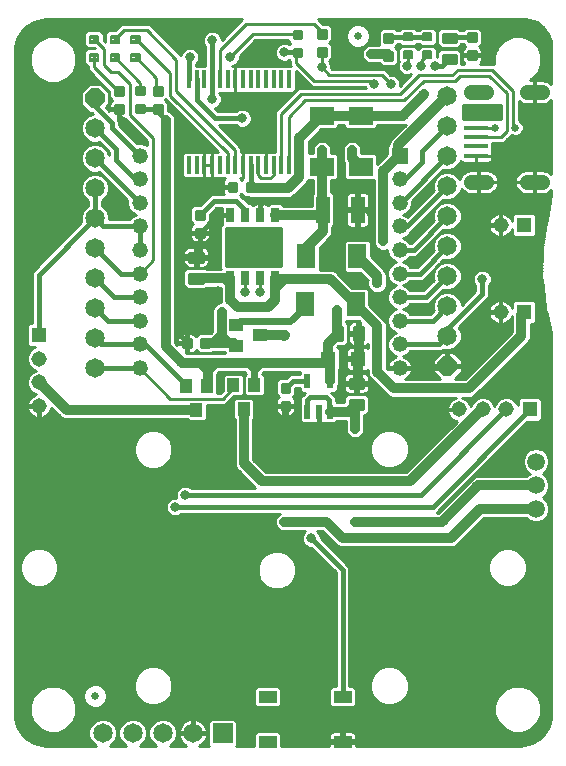
<source format=gbl>
G75*
G70*
%OFA0B0*%
%FSLAX24Y24*%
%IPPOS*%
%LPD*%
%AMOC8*
5,1,8,0,0,1.08239X$1,22.5*
%
%ADD10R,0.0400X0.0450*%
%ADD11R,0.0650X0.0650*%
%ADD12C,0.0650*%
%ADD13R,0.0250X0.0500*%
%ADD14R,0.1250X0.1000*%
%ADD15C,0.0100*%
%ADD16R,0.0600X0.0800*%
%ADD17R,0.0800X0.0600*%
%ADD18C,0.0088*%
%ADD19R,0.0450X0.0900*%
%ADD20C,0.0075*%
%ADD21C,0.0594*%
%ADD22R,0.0500X0.0500*%
%ADD23C,0.0500*%
%ADD24R,0.0800X0.0160*%
%ADD25R,0.0217X0.0472*%
%ADD26R,0.0157X0.0591*%
%ADD27R,0.0450X0.0400*%
%ADD28R,0.0600X0.0400*%
%ADD29R,0.0515X0.0515*%
%ADD30C,0.0515*%
%ADD31R,0.0520X0.0520*%
%ADD32C,0.0520*%
%ADD33OC8,0.0650*%
%ADD34C,0.0250*%
%ADD35C,0.0160*%
%ADD36C,0.0320*%
%ADD37C,0.0320*%
%ADD38C,0.0240*%
%ADD39C,0.0356*%
D10*
X007276Y012109D03*
X006926Y012909D03*
X007626Y012909D03*
X008501Y012941D03*
X009201Y012941D03*
X008851Y012141D03*
D11*
X008151Y001337D03*
D12*
X007151Y001337D03*
X006151Y001337D03*
X005151Y001337D03*
X004151Y001337D03*
X003901Y013498D03*
X003901Y014498D03*
X003901Y015498D03*
X003901Y016498D03*
X003901Y017498D03*
X003901Y018498D03*
X003901Y019498D03*
X003901Y020498D03*
X003901Y021498D03*
X015639Y021567D03*
X015639Y022567D03*
X015639Y020567D03*
X015639Y019567D03*
X015639Y018567D03*
X015639Y017567D03*
X015639Y016567D03*
X015639Y015567D03*
X015639Y014567D03*
D13*
X009910Y016496D03*
X009410Y016496D03*
X008910Y016496D03*
X008410Y016496D03*
X008410Y018596D03*
X008910Y018596D03*
X009410Y018596D03*
X009910Y018596D03*
D14*
X009160Y017546D03*
D15*
X001307Y001567D02*
X001444Y001330D01*
X001638Y001136D01*
X001875Y000999D01*
X002140Y000928D01*
X002277Y000919D01*
X003919Y000919D01*
X003882Y000934D01*
X003748Y001068D01*
X003676Y001242D01*
X003676Y001431D01*
X003748Y001606D01*
X003882Y001740D01*
X004056Y001812D01*
X004245Y001812D01*
X004420Y001740D01*
X004554Y001606D01*
X004626Y001431D01*
X004626Y001242D01*
X004554Y001068D01*
X004420Y000934D01*
X004382Y000919D01*
X004919Y000919D01*
X004882Y000934D01*
X004748Y001068D01*
X004676Y001242D01*
X004676Y001431D01*
X004748Y001606D01*
X004882Y001740D01*
X005056Y001812D01*
X005245Y001812D01*
X005420Y001740D01*
X005554Y001606D01*
X005626Y001431D01*
X005626Y001242D01*
X005554Y001068D01*
X005420Y000934D01*
X005382Y000919D01*
X005919Y000919D01*
X005882Y000934D01*
X005748Y001068D01*
X005676Y001242D01*
X005676Y001431D01*
X005748Y001606D01*
X005882Y001740D01*
X006056Y001812D01*
X006245Y001812D01*
X006420Y001740D01*
X006554Y001606D01*
X006626Y001431D01*
X006626Y001242D01*
X006554Y001068D01*
X006420Y000934D01*
X006382Y000919D01*
X006925Y000919D01*
X006902Y000931D01*
X006841Y000975D01*
X006789Y001027D01*
X006745Y001088D01*
X006711Y001155D01*
X006688Y001226D01*
X006676Y001299D01*
X007113Y001299D01*
X007113Y001374D01*
X006676Y001374D01*
X006688Y001448D01*
X006711Y001519D01*
X006745Y001586D01*
X006789Y001646D01*
X006841Y001699D01*
X006902Y001743D01*
X006969Y001777D01*
X007040Y001800D01*
X007113Y001812D01*
X007113Y001374D01*
X007188Y001374D01*
X007626Y001374D01*
X007614Y001448D01*
X007591Y001519D01*
X007557Y001586D01*
X007513Y001646D01*
X007460Y001699D01*
X007400Y001743D01*
X007333Y001777D01*
X007262Y001800D01*
X007188Y001812D01*
X007188Y001374D01*
X007188Y001299D01*
X007626Y001299D01*
X007614Y001226D01*
X007591Y001155D01*
X007557Y001088D01*
X007513Y001027D01*
X007460Y000975D01*
X007400Y000931D01*
X007376Y000919D01*
X007707Y000919D01*
X007676Y000950D01*
X007676Y001724D01*
X007764Y001812D01*
X008538Y001812D01*
X008626Y001724D01*
X008626Y000950D01*
X008595Y000919D01*
X009195Y000919D01*
X009195Y001312D01*
X009283Y001400D01*
X010007Y001400D01*
X010095Y001312D01*
X010095Y000919D01*
X011695Y000919D01*
X011695Y001000D01*
X012095Y001000D01*
X012095Y001100D01*
X011695Y001100D01*
X011695Y001270D01*
X011705Y001308D01*
X011725Y001342D01*
X011753Y001370D01*
X011787Y001390D01*
X011825Y001400D01*
X012095Y001400D01*
X012095Y001100D01*
X012195Y001100D01*
X012195Y001400D01*
X012465Y001400D01*
X012503Y001390D01*
X012537Y001370D01*
X012565Y001342D01*
X012585Y001308D01*
X012595Y001270D01*
X012595Y001100D01*
X012195Y001100D01*
X012195Y001000D01*
X012595Y001000D01*
X012595Y000919D01*
X018045Y000919D01*
X018182Y000928D01*
X018446Y000999D01*
X018684Y001136D01*
X018878Y001330D01*
X019015Y001567D01*
X019086Y001832D01*
X019095Y001969D01*
X019095Y014662D01*
X019010Y015149D01*
X018924Y015399D01*
X018905Y015414D01*
X018898Y015474D01*
X018879Y015532D01*
X018889Y015554D01*
X018784Y016479D01*
X018773Y016490D01*
X018774Y016560D01*
X018767Y016628D01*
X018776Y016640D01*
X018793Y017405D01*
X018784Y017417D01*
X018795Y017486D01*
X018797Y017556D01*
X018807Y017566D01*
X018895Y018140D01*
X018893Y018143D01*
X018907Y018222D01*
X018919Y018301D01*
X018922Y018303D01*
X019018Y018833D01*
X019095Y019295D01*
X019095Y019446D01*
X019044Y019396D01*
X018979Y019352D01*
X018906Y019322D01*
X018829Y019306D01*
X018552Y019306D01*
X018552Y019694D01*
X018527Y019694D01*
X018527Y019306D01*
X018250Y019306D01*
X018172Y019322D01*
X018100Y019352D01*
X018034Y019396D01*
X017978Y019451D01*
X017935Y019517D01*
X017904Y019590D01*
X017889Y019667D01*
X017889Y019694D01*
X018527Y019694D01*
X018527Y019719D01*
X018527Y020106D01*
X018250Y020106D01*
X018172Y020091D01*
X018100Y020061D01*
X018034Y020017D01*
X017978Y019961D01*
X017935Y019896D01*
X017904Y019823D01*
X017889Y019746D01*
X017889Y019719D01*
X018527Y019719D01*
X018552Y019719D01*
X018552Y020106D01*
X018829Y020106D01*
X018906Y020091D01*
X018979Y020061D01*
X019044Y020017D01*
X019095Y019966D01*
X019095Y022446D01*
X019044Y022396D01*
X018979Y022352D01*
X018906Y022322D01*
X018829Y022306D01*
X018552Y022306D01*
X018552Y022694D01*
X018527Y022694D01*
X018527Y022306D01*
X018250Y022306D01*
X018172Y022322D01*
X018100Y022352D01*
X018034Y022396D01*
X018030Y022400D01*
X018030Y021771D01*
X018064Y021757D01*
X018142Y021679D01*
X018184Y021578D01*
X018184Y021469D01*
X018142Y021368D01*
X018064Y021290D01*
X017963Y021249D01*
X017854Y021249D01*
X017787Y021276D01*
X017636Y021126D01*
X017519Y021009D01*
X017139Y021009D01*
X017139Y020754D01*
X017122Y020737D01*
X017129Y020724D01*
X017139Y020686D01*
X017139Y020586D01*
X016589Y020586D01*
X016589Y020586D01*
X016589Y020356D01*
X016169Y020356D01*
X016131Y020366D01*
X016097Y020386D01*
X016084Y020400D01*
X016042Y020298D01*
X015908Y020164D01*
X015733Y020092D01*
X015544Y020092D01*
X015505Y020108D01*
X014456Y019059D01*
X014456Y018935D01*
X014394Y018784D01*
X014278Y018669D01*
X014167Y018623D01*
X014278Y018576D01*
X014301Y018554D01*
X015180Y019433D01*
X015164Y019472D01*
X015164Y019661D01*
X015236Y019836D01*
X015370Y019970D01*
X015544Y020042D01*
X015733Y020042D01*
X015908Y019970D01*
X016042Y019836D01*
X016052Y019811D01*
X016054Y019823D01*
X016085Y019896D01*
X016128Y019961D01*
X016184Y020017D01*
X016250Y020061D01*
X016322Y020091D01*
X016400Y020106D01*
X016677Y020106D01*
X016677Y019719D01*
X016702Y019719D01*
X017339Y019719D01*
X017339Y019746D01*
X017324Y019823D01*
X017294Y019896D01*
X017250Y019961D01*
X017194Y020017D01*
X017129Y020061D01*
X017056Y020091D01*
X016979Y020106D01*
X016702Y020106D01*
X016702Y019719D01*
X016702Y019694D01*
X017339Y019694D01*
X017339Y019667D01*
X017324Y019590D01*
X017294Y019517D01*
X017250Y019451D01*
X017194Y019396D01*
X017129Y019352D01*
X017056Y019322D01*
X016979Y019306D01*
X016702Y019306D01*
X016702Y019694D01*
X016677Y019694D01*
X016677Y019306D01*
X016400Y019306D01*
X016322Y019322D01*
X016250Y019352D01*
X016184Y019396D01*
X016128Y019451D01*
X016114Y019473D01*
X016114Y019472D01*
X016042Y019298D01*
X015908Y019164D01*
X015733Y019092D01*
X015544Y019092D01*
X015505Y019108D01*
X014396Y017999D01*
X014395Y017999D01*
X014394Y017997D01*
X014278Y017881D01*
X014167Y017835D01*
X014278Y017789D01*
X014394Y017674D01*
X014395Y017671D01*
X014418Y017671D01*
X015180Y018433D01*
X015164Y018472D01*
X015164Y018661D01*
X015236Y018836D01*
X015370Y018970D01*
X015544Y019042D01*
X015733Y019042D01*
X015908Y018970D01*
X016042Y018836D01*
X016114Y018661D01*
X016114Y018472D01*
X016042Y018298D01*
X015908Y018164D01*
X015733Y018092D01*
X015544Y018092D01*
X015505Y018108D01*
X014609Y017211D01*
X014395Y017211D01*
X014394Y017209D01*
X014278Y017094D01*
X014167Y017048D01*
X014278Y017002D01*
X014394Y016886D01*
X014395Y016884D01*
X014631Y016884D01*
X015180Y017433D01*
X015164Y017472D01*
X015164Y017661D01*
X015236Y017836D01*
X015370Y017970D01*
X015544Y018042D01*
X015733Y018042D01*
X015908Y017970D01*
X016042Y017836D01*
X016114Y017661D01*
X016114Y017472D01*
X016042Y017298D01*
X015908Y017164D01*
X015733Y017092D01*
X015544Y017092D01*
X015505Y017108D01*
X014821Y016424D01*
X014395Y016424D01*
X014394Y016422D01*
X014278Y016307D01*
X014167Y016260D01*
X014278Y016214D01*
X014394Y016099D01*
X014395Y016097D01*
X014843Y016097D01*
X015180Y016433D01*
X015164Y016472D01*
X015164Y016661D01*
X015236Y016836D01*
X015370Y016970D01*
X015544Y017042D01*
X015733Y017042D01*
X015908Y016970D01*
X016042Y016836D01*
X016114Y016661D01*
X016114Y016472D01*
X016042Y016298D01*
X015908Y016164D01*
X015733Y016092D01*
X015544Y016092D01*
X015505Y016108D01*
X015034Y015637D01*
X014395Y015637D01*
X014394Y015634D01*
X014278Y015519D01*
X014167Y015473D01*
X014278Y015427D01*
X014394Y015312D01*
X014395Y015309D01*
X015056Y015309D01*
X015180Y015433D01*
X015164Y015472D01*
X015164Y015661D01*
X015236Y015836D01*
X015370Y015970D01*
X015544Y016042D01*
X015733Y016042D01*
X015908Y015970D01*
X016042Y015836D01*
X016114Y015661D01*
X016114Y015613D01*
X016575Y016074D01*
X016575Y016270D01*
X016542Y016303D01*
X016495Y016417D01*
X016495Y016540D01*
X016542Y016654D01*
X016629Y016742D01*
X016743Y016789D01*
X016866Y016789D01*
X016980Y016742D01*
X017067Y016654D01*
X017115Y016540D01*
X017115Y016417D01*
X017067Y016303D01*
X017035Y016270D01*
X017035Y015883D01*
X016014Y014863D01*
X016042Y014836D01*
X016114Y014661D01*
X016114Y014472D01*
X016042Y014298D01*
X015908Y014164D01*
X015733Y014092D01*
X015544Y014092D01*
X015505Y014108D01*
X015459Y014062D01*
X014395Y014062D01*
X014394Y014060D01*
X014278Y013944D01*
X014164Y013897D01*
X014203Y013884D01*
X014261Y013855D01*
X014313Y013817D01*
X014359Y013772D01*
X014397Y013719D01*
X014426Y013662D01*
X014446Y013600D01*
X014456Y013537D01*
X014456Y013534D01*
X014076Y013534D01*
X014076Y013474D01*
X014456Y013474D01*
X014456Y013472D01*
X014446Y013408D01*
X014426Y013347D01*
X014397Y013290D01*
X014359Y013237D01*
X014313Y013192D01*
X014261Y013154D01*
X014231Y013139D01*
X015395Y013139D01*
X015164Y013370D01*
X015164Y013529D01*
X015601Y013529D01*
X015601Y013604D01*
X015164Y013604D01*
X015164Y013764D01*
X015442Y014042D01*
X015601Y014042D01*
X015601Y013604D01*
X015676Y013604D01*
X016114Y013604D01*
X016114Y013764D01*
X015836Y014042D01*
X015676Y014042D01*
X015676Y013604D01*
X015676Y013529D01*
X016114Y013529D01*
X016114Y013370D01*
X015882Y013139D01*
X016226Y013139D01*
X017795Y014707D01*
X017795Y015051D01*
X017791Y015054D01*
X017791Y015225D01*
X017789Y015218D01*
X017759Y015160D01*
X017722Y015109D01*
X017676Y015063D01*
X017624Y015026D01*
X017567Y014996D01*
X017506Y014977D01*
X017443Y014967D01*
X017440Y014967D01*
X017440Y015345D01*
X017382Y015345D01*
X017382Y014967D01*
X017379Y014967D01*
X017315Y014977D01*
X017254Y014996D01*
X017197Y015026D01*
X017145Y015063D01*
X017100Y015109D01*
X017062Y015160D01*
X017033Y015218D01*
X017013Y015279D01*
X017003Y015342D01*
X017003Y015345D01*
X017382Y015345D01*
X017382Y015403D01*
X017382Y015781D01*
X017379Y015781D01*
X017315Y015771D01*
X017254Y015752D01*
X017197Y015723D01*
X017145Y015685D01*
X017100Y015639D01*
X017062Y015588D01*
X017033Y015530D01*
X017013Y015469D01*
X017003Y015406D01*
X017003Y015403D01*
X017382Y015403D01*
X017440Y015403D01*
X017440Y015781D01*
X017443Y015781D01*
X017506Y015771D01*
X017567Y015752D01*
X017624Y015723D01*
X017676Y015685D01*
X017722Y015639D01*
X017759Y015588D01*
X017789Y015530D01*
X017791Y015523D01*
X017791Y015694D01*
X017879Y015781D01*
X018518Y015781D01*
X018606Y015694D01*
X018606Y015054D01*
X018518Y014967D01*
X018415Y014967D01*
X018415Y014517D01*
X018367Y014403D01*
X018280Y014316D01*
X016530Y012566D01*
X016416Y012519D01*
X016135Y012519D01*
X016185Y012502D01*
X016242Y012473D01*
X016294Y012436D01*
X016339Y012390D01*
X016377Y012338D01*
X016406Y012281D01*
X016421Y012236D01*
X016471Y012356D01*
X016585Y012470D01*
X016735Y012532D01*
X016897Y012532D01*
X017047Y012470D01*
X017161Y012356D01*
X017210Y012239D01*
X017258Y012356D01*
X017373Y012470D01*
X017522Y012532D01*
X017684Y012532D01*
X017834Y012470D01*
X017949Y012356D01*
X017983Y012272D01*
X017983Y012444D01*
X018071Y012532D01*
X018710Y012532D01*
X018798Y012444D01*
X018798Y011805D01*
X018710Y011717D01*
X018309Y011717D01*
X015375Y008783D01*
X015280Y008689D01*
X015326Y008689D01*
X016494Y009857D01*
X016608Y009904D01*
X018273Y009904D01*
X018342Y009973D01*
X018378Y009987D01*
X018342Y010002D01*
X018216Y010128D01*
X018148Y010292D01*
X018148Y010470D01*
X018216Y010634D01*
X018342Y010760D01*
X018506Y010828D01*
X018684Y010828D01*
X018848Y010760D01*
X018974Y010634D01*
X019042Y010470D01*
X019042Y010292D01*
X018974Y010128D01*
X018848Y010002D01*
X018812Y009987D01*
X018848Y009973D01*
X018974Y009847D01*
X019042Y009683D01*
X019042Y009505D01*
X018974Y009341D01*
X018848Y009215D01*
X018812Y009200D01*
X018848Y009185D01*
X018974Y009059D01*
X019042Y008895D01*
X019042Y008717D01*
X018974Y008553D01*
X018848Y008427D01*
X018684Y008359D01*
X018506Y008359D01*
X018342Y008427D01*
X018273Y008496D01*
X016861Y008496D01*
X015939Y007574D01*
X015825Y007527D01*
X012085Y007527D01*
X011971Y007574D01*
X011476Y008069D01*
X011303Y008069D01*
X011367Y008004D01*
X011415Y007890D01*
X011415Y007844D01*
X012375Y006883D01*
X017002Y006883D01*
X017002Y006981D02*
X012277Y006981D01*
X012375Y006883D02*
X012375Y002900D01*
X012507Y002900D01*
X012595Y002812D01*
X012595Y002288D01*
X012507Y002200D01*
X011783Y002200D01*
X011695Y002288D01*
X011695Y002812D01*
X011783Y002900D01*
X011915Y002900D01*
X011915Y006693D01*
X011089Y007519D01*
X011043Y007519D01*
X010929Y007566D01*
X010842Y007653D01*
X010795Y007767D01*
X010795Y007890D01*
X010842Y008004D01*
X010906Y008069D01*
X010143Y008069D01*
X010029Y008116D01*
X009942Y008203D01*
X009895Y008317D01*
X009895Y008440D01*
X009942Y008554D01*
X010029Y008642D01*
X010046Y008649D01*
X006763Y008649D01*
X006730Y008616D01*
X006616Y008569D01*
X006493Y008569D01*
X006379Y008616D01*
X006292Y008703D01*
X006245Y008817D01*
X006245Y008940D01*
X006292Y009054D01*
X006379Y009142D01*
X006493Y009189D01*
X006606Y009189D01*
X006595Y009217D01*
X006595Y009340D01*
X006642Y009454D01*
X006729Y009542D01*
X006843Y009589D01*
X006966Y009589D01*
X007080Y009542D01*
X007113Y009509D01*
X009236Y009509D01*
X008679Y010066D01*
X008592Y010153D01*
X008545Y010267D01*
X008545Y011810D01*
X008501Y011853D01*
X008501Y012428D01*
X008589Y012516D01*
X009113Y012516D01*
X009201Y012428D01*
X009201Y011853D01*
X009165Y011817D01*
X009165Y010457D01*
X009583Y010039D01*
X014276Y010039D01*
X015961Y011723D01*
X015933Y011727D01*
X015872Y011747D01*
X015815Y011776D01*
X015763Y011814D01*
X015718Y011859D01*
X015680Y011911D01*
X015651Y011968D01*
X015631Y012029D01*
X015621Y012093D01*
X015621Y012096D01*
X016000Y012096D01*
X016000Y012154D01*
X015621Y012154D01*
X015621Y012157D01*
X015631Y012220D01*
X015651Y012281D01*
X015680Y012338D01*
X015718Y012390D01*
X015763Y012436D01*
X015815Y012473D01*
X015872Y012502D01*
X015922Y012519D01*
X013784Y012519D01*
X013670Y012566D01*
X013129Y013107D01*
X013042Y013194D01*
X012995Y013308D01*
X012995Y013443D01*
X012961Y013424D01*
X012923Y013413D01*
X012704Y013413D01*
X012704Y013763D01*
X012604Y013763D01*
X012604Y013413D01*
X012384Y013413D01*
X012346Y013424D01*
X012311Y013443D01*
X012283Y013471D01*
X012264Y013506D01*
X012254Y013544D01*
X012254Y013763D01*
X012604Y013763D01*
X012604Y013863D01*
X012254Y013863D01*
X012254Y014083D01*
X012264Y014121D01*
X012283Y014156D01*
X012311Y014183D01*
X012346Y014203D01*
X012384Y014213D01*
X012604Y014213D01*
X012604Y013863D01*
X012704Y013863D01*
X012704Y014213D01*
X012923Y014213D01*
X012961Y014203D01*
X012995Y014184D01*
X012995Y014302D01*
X012961Y014268D01*
X012915Y014242D01*
X012864Y014228D01*
X012738Y014228D01*
X012738Y014603D01*
X012638Y014603D01*
X012638Y014228D01*
X012512Y014228D01*
X012461Y014242D01*
X012415Y014268D01*
X012378Y014305D01*
X012352Y014351D01*
X012338Y014402D01*
X012338Y014603D01*
X012638Y014603D01*
X012638Y014703D01*
X012638Y015078D01*
X012512Y015078D01*
X012461Y015064D01*
X012415Y015038D01*
X012378Y015001D01*
X012352Y014955D01*
X012338Y014904D01*
X012338Y014703D01*
X012638Y014703D01*
X012738Y014703D01*
X012738Y015038D01*
X012693Y015083D01*
X012265Y015083D01*
X012265Y015034D01*
X012338Y014961D01*
X012338Y014345D01*
X012221Y014228D01*
X012001Y014228D01*
X011976Y014203D01*
X012054Y014126D01*
X012054Y013501D01*
X012031Y013479D01*
X012031Y013016D01*
X011984Y012902D01*
X011979Y012898D01*
X011979Y012779D01*
X011892Y012691D01*
X011767Y012691D01*
X011800Y012659D01*
X011935Y012524D01*
X011935Y012397D01*
X011968Y012364D01*
X012182Y012364D01*
X012182Y012534D01*
X012299Y012651D01*
X012915Y012651D01*
X013032Y012534D01*
X013032Y012069D01*
X012915Y011951D01*
X012865Y011951D01*
X012865Y011417D01*
X012817Y011303D01*
X012730Y011216D01*
X012616Y011169D01*
X012493Y011169D01*
X012379Y011216D01*
X012292Y011303D01*
X012245Y011417D01*
X012245Y011744D01*
X011968Y011744D01*
X011892Y011668D01*
X011551Y011668D01*
X011531Y011688D01*
X011513Y011678D01*
X011475Y011668D01*
X011351Y011668D01*
X011351Y012050D01*
X011343Y012050D01*
X011343Y011668D01*
X011219Y011668D01*
X011181Y011678D01*
X011164Y011688D01*
X011144Y011668D01*
X010803Y011668D01*
X010715Y011756D01*
X010715Y012352D01*
X010743Y012381D01*
X010743Y012543D01*
X010825Y012624D01*
X010892Y012691D01*
X010803Y012691D01*
X010715Y012779D01*
X010715Y012848D01*
X010574Y012848D01*
X010571Y012845D01*
X010571Y012634D01*
X010479Y012542D01*
X010496Y012532D01*
X010532Y012496D01*
X010558Y012452D01*
X010571Y012402D01*
X010571Y012283D01*
X010284Y012283D01*
X010284Y012208D01*
X010571Y012208D01*
X010571Y012089D01*
X010558Y012039D01*
X010532Y011995D01*
X010496Y011959D01*
X010452Y011934D01*
X010403Y011921D01*
X010284Y011921D01*
X010284Y012208D01*
X010209Y012208D01*
X010209Y011921D01*
X010089Y011921D01*
X010040Y011934D01*
X009996Y011959D01*
X009960Y011995D01*
X009934Y012039D01*
X009921Y012089D01*
X009921Y012208D01*
X010209Y012208D01*
X010209Y012283D01*
X009921Y012283D01*
X009921Y012402D01*
X009934Y012452D01*
X009960Y012496D01*
X009996Y012532D01*
X010013Y012542D01*
X009921Y012634D01*
X009921Y013057D01*
X010035Y013171D01*
X010246Y013171D01*
X010383Y013308D01*
X010715Y013308D01*
X010715Y013376D01*
X010717Y013378D01*
X009536Y013378D01*
X009471Y013313D01*
X009471Y013308D01*
X009551Y013228D01*
X009551Y012653D01*
X009463Y012566D01*
X008939Y012566D01*
X008851Y012653D01*
X008851Y013228D01*
X008931Y013308D01*
X008931Y013321D01*
X008874Y013378D01*
X008042Y013378D01*
X007965Y013300D01*
X007965Y013207D01*
X007976Y013196D01*
X007976Y012679D01*
X008072Y012679D01*
X008151Y012758D01*
X008151Y013228D01*
X008239Y013316D01*
X008763Y013316D01*
X008851Y013228D01*
X008851Y012653D01*
X008763Y012566D01*
X008524Y012566D01*
X008355Y012396D01*
X008237Y012279D01*
X007626Y012279D01*
X007626Y011822D01*
X007538Y011734D01*
X007014Y011734D01*
X006949Y011799D01*
X002886Y011799D01*
X002772Y011846D01*
X002685Y011933D01*
X002431Y012187D01*
X002424Y012147D01*
X002404Y012086D01*
X002375Y012029D01*
X002337Y011977D01*
X002292Y011931D01*
X002240Y011894D01*
X002183Y011864D01*
X002122Y011845D01*
X002059Y011835D01*
X002055Y011835D01*
X002055Y012213D01*
X001998Y012213D01*
X001998Y011835D01*
X001995Y011835D01*
X001931Y011845D01*
X001870Y011864D01*
X001813Y011894D01*
X001761Y011931D01*
X001716Y011977D01*
X001678Y012029D01*
X001649Y012086D01*
X001629Y012147D01*
X001619Y012210D01*
X001619Y012213D01*
X001998Y012213D01*
X001998Y012271D01*
X001619Y012271D01*
X001619Y012274D01*
X001629Y012338D01*
X001649Y012399D01*
X001227Y012399D01*
X001227Y012497D02*
X001708Y012497D01*
X001716Y012508D02*
X001678Y012456D01*
X001649Y012399D01*
X001623Y012300D02*
X001227Y012300D01*
X001227Y012202D02*
X001620Y012202D01*
X001643Y012103D02*
X001227Y012103D01*
X001227Y012005D02*
X001695Y012005D01*
X001796Y011906D02*
X001227Y011906D01*
X001227Y011808D02*
X002864Y011808D01*
X002712Y011906D02*
X002258Y011906D01*
X002358Y012005D02*
X002613Y012005D01*
X002515Y012103D02*
X002410Y012103D01*
X002055Y012103D02*
X001998Y012103D01*
X001998Y012005D02*
X002055Y012005D01*
X002055Y011906D02*
X001998Y011906D01*
X001998Y012202D02*
X002055Y012202D01*
X001716Y012508D02*
X001761Y012553D01*
X001813Y012591D01*
X001870Y012620D01*
X001916Y012634D01*
X001796Y012684D01*
X001681Y012799D01*
X001619Y012948D01*
X001619Y013111D01*
X001681Y013260D01*
X001796Y013375D01*
X001912Y013423D01*
X001796Y013471D01*
X001681Y013586D01*
X001619Y013736D01*
X001619Y013898D01*
X001681Y014048D01*
X001796Y014162D01*
X001879Y014197D01*
X001707Y014197D01*
X001619Y014285D01*
X001619Y014924D01*
X001707Y015012D01*
X001797Y015012D01*
X001797Y016719D01*
X003442Y018364D01*
X003426Y018404D01*
X003426Y018593D01*
X003498Y018767D01*
X003632Y018901D01*
X003671Y018917D01*
X003671Y019079D01*
X003632Y019095D01*
X003498Y019229D01*
X003426Y019404D01*
X003426Y019593D01*
X003498Y019767D01*
X003632Y019901D01*
X003806Y019973D01*
X003995Y019973D01*
X004170Y019901D01*
X004303Y019767D01*
X004376Y019593D01*
X004376Y019404D01*
X004303Y019229D01*
X004170Y019095D01*
X004131Y019079D01*
X004131Y018917D01*
X004170Y018901D01*
X004303Y018767D01*
X004376Y018593D01*
X004376Y018459D01*
X005036Y018459D01*
X005037Y018461D01*
X005152Y018576D01*
X005264Y018623D01*
X005152Y018669D01*
X005037Y018784D01*
X004975Y018935D01*
X004975Y019098D01*
X004975Y019099D01*
X004034Y020039D01*
X003995Y020023D01*
X003806Y020023D01*
X003632Y020095D01*
X003498Y020229D01*
X003426Y020404D01*
X003426Y020593D01*
X003498Y020767D01*
X003632Y020901D01*
X003806Y020973D01*
X003995Y020973D01*
X004170Y020901D01*
X004303Y020767D01*
X004375Y020595D01*
X004375Y020699D01*
X004034Y021039D01*
X003995Y021023D01*
X003806Y021023D01*
X003632Y021095D01*
X003498Y021229D01*
X003426Y021404D01*
X003426Y021593D01*
X003498Y021767D01*
X003632Y021901D01*
X003806Y021973D01*
X003835Y021973D01*
X003785Y022023D01*
X003704Y022023D01*
X003426Y022301D01*
X003426Y022695D01*
X003704Y022973D01*
X004097Y022973D01*
X004376Y022695D01*
X004376Y022301D01*
X004267Y022192D01*
X004377Y022081D01*
X004377Y022101D01*
X004665Y022101D01*
X004740Y022101D01*
X004740Y021814D01*
X004859Y021814D01*
X004881Y021819D01*
X004972Y021729D01*
X005622Y021078D01*
X005622Y020933D01*
X005617Y020939D01*
X005466Y021001D01*
X005303Y021001D01*
X005301Y021000D01*
X004685Y021616D01*
X004685Y021774D01*
X004645Y021814D01*
X004665Y021814D01*
X004665Y022101D01*
X004665Y022176D01*
X004377Y022176D01*
X004377Y022295D01*
X004390Y022345D01*
X004416Y022389D01*
X004452Y022425D01*
X004469Y022435D01*
X004377Y022527D01*
X004377Y022723D01*
X003772Y023329D01*
X003655Y023446D01*
X003655Y023559D01*
X003639Y023559D01*
X003529Y023669D01*
X003529Y024049D01*
X003639Y024159D01*
X003892Y024159D01*
X003639Y024159D01*
X003529Y024269D01*
X003529Y024649D01*
X003639Y024759D01*
X004069Y024759D01*
X004179Y024649D01*
X004179Y024437D01*
X004226Y024390D01*
X004226Y024652D01*
X004336Y024762D01*
X004568Y024762D01*
X004668Y024862D01*
X004785Y024979D01*
X005698Y024979D01*
X005815Y024862D01*
X006745Y023932D01*
X006745Y023940D01*
X006792Y024054D01*
X006879Y024142D01*
X006993Y024189D01*
X007116Y024189D01*
X007230Y024142D01*
X007317Y024054D01*
X007365Y023940D01*
X007365Y023817D01*
X007317Y023703D01*
X007261Y023647D01*
X007261Y023571D01*
X007569Y023571D01*
X007569Y024226D01*
X007542Y024253D01*
X007495Y024367D01*
X007495Y024490D01*
X007542Y024604D01*
X007629Y024692D01*
X007743Y024739D01*
X007866Y024739D01*
X007980Y024692D01*
X008067Y024604D01*
X008115Y024490D01*
X008115Y024447D01*
X008792Y025125D01*
X002277Y025125D01*
X002140Y025116D01*
X001875Y025045D01*
X001638Y024908D01*
X001444Y024714D01*
X001307Y024477D01*
X001236Y024212D01*
X001227Y024075D01*
X001227Y001969D01*
X001236Y001832D01*
X001307Y001567D01*
X001309Y001564D02*
X001964Y001564D01*
X002055Y001473D02*
X002342Y001354D01*
X002652Y001354D01*
X002939Y001473D01*
X003158Y001692D01*
X003277Y001979D01*
X003277Y002289D01*
X003158Y002576D01*
X002939Y002795D01*
X002652Y002914D01*
X002342Y002914D01*
X002055Y002795D01*
X001836Y002576D01*
X001717Y002289D01*
X001717Y001979D01*
X001836Y001692D01*
X002055Y001473D01*
X002073Y001465D02*
X001366Y001465D01*
X001422Y001367D02*
X002311Y001367D01*
X002683Y001367D02*
X003676Y001367D01*
X003676Y001268D02*
X001505Y001268D01*
X001604Y001170D02*
X003706Y001170D01*
X003747Y001071D02*
X001749Y001071D01*
X001972Y000973D02*
X003843Y000973D01*
X003690Y001465D02*
X002921Y001465D01*
X003030Y001564D02*
X003731Y001564D01*
X003804Y001662D02*
X003128Y001662D01*
X003186Y001761D02*
X003933Y001761D01*
X003984Y002179D02*
X004131Y002240D01*
X004244Y002352D01*
X004305Y002499D01*
X004305Y002658D01*
X004244Y002805D01*
X004131Y002918D01*
X003984Y002979D01*
X003825Y002979D01*
X003678Y002918D01*
X003566Y002805D01*
X003505Y002658D01*
X003505Y002499D01*
X003566Y002352D01*
X003251Y002352D01*
X003277Y002253D02*
X003664Y002253D01*
X003678Y002240D02*
X003825Y002179D01*
X003984Y002179D01*
X004145Y002253D02*
X009230Y002253D01*
X009195Y002288D02*
X009283Y002200D01*
X010007Y002200D01*
X010095Y002288D01*
X010095Y002812D01*
X010007Y002900D01*
X009283Y002900D01*
X009195Y002812D01*
X009195Y002288D01*
X009195Y002352D02*
X006144Y002352D01*
X006198Y002374D02*
X005962Y002277D01*
X005707Y002277D01*
X005471Y002374D01*
X005290Y002555D01*
X005192Y002791D01*
X005192Y003046D01*
X005290Y003282D01*
X005471Y003463D01*
X005707Y003561D01*
X005962Y003561D01*
X006198Y003463D01*
X006379Y003282D01*
X006477Y003046D01*
X006477Y002791D01*
X006379Y002555D01*
X006198Y002374D01*
X006274Y002450D02*
X009195Y002450D01*
X009195Y002549D02*
X006373Y002549D01*
X006417Y002647D02*
X009195Y002647D01*
X009195Y002746D02*
X006458Y002746D01*
X006477Y002844D02*
X009227Y002844D01*
X010063Y002844D02*
X011727Y002844D01*
X011695Y002746D02*
X010095Y002746D01*
X010095Y002647D02*
X011695Y002647D01*
X011695Y002549D02*
X010095Y002549D01*
X010095Y002450D02*
X011695Y002450D01*
X011695Y002352D02*
X010095Y002352D01*
X010061Y002253D02*
X011730Y002253D01*
X011915Y002943D02*
X006477Y002943D01*
X006477Y003041D02*
X011915Y003041D01*
X011915Y003140D02*
X006438Y003140D01*
X006397Y003238D02*
X011915Y003238D01*
X011915Y003337D02*
X006325Y003337D01*
X006226Y003435D02*
X011915Y003435D01*
X011915Y003534D02*
X006028Y003534D01*
X005641Y003534D02*
X001227Y003534D01*
X001227Y003632D02*
X011915Y003632D01*
X011915Y003731D02*
X001227Y003731D01*
X001227Y003829D02*
X011915Y003829D01*
X011915Y003928D02*
X001227Y003928D01*
X001227Y004026D02*
X011915Y004026D01*
X011915Y004125D02*
X001227Y004125D01*
X001227Y004223D02*
X011915Y004223D01*
X011915Y004322D02*
X001227Y004322D01*
X001227Y004420D02*
X011915Y004420D01*
X011915Y004519D02*
X001227Y004519D01*
X001227Y004617D02*
X011915Y004617D01*
X011915Y004716D02*
X001227Y004716D01*
X001227Y004814D02*
X011915Y004814D01*
X011915Y004913D02*
X001227Y004913D01*
X001227Y005011D02*
X011915Y005011D01*
X011915Y005110D02*
X001227Y005110D01*
X001227Y005208D02*
X011915Y005208D01*
X011915Y005307D02*
X001227Y005307D01*
X001227Y005405D02*
X011915Y005405D01*
X011915Y005504D02*
X001227Y005504D01*
X001227Y005602D02*
X011915Y005602D01*
X011915Y005701D02*
X001227Y005701D01*
X001227Y005799D02*
X011915Y005799D01*
X011915Y005898D02*
X001227Y005898D01*
X001227Y005996D02*
X011915Y005996D01*
X011915Y006095D02*
X001227Y006095D01*
X001227Y006193D02*
X009666Y006193D01*
X009591Y006224D02*
X009410Y006405D01*
X009312Y006641D01*
X009312Y006896D01*
X009410Y007132D01*
X009591Y007313D01*
X009827Y007411D01*
X010082Y007411D01*
X010318Y007313D01*
X010499Y007132D01*
X010597Y006896D01*
X010597Y006641D01*
X010499Y006405D01*
X010318Y006224D01*
X010082Y006127D01*
X009827Y006127D01*
X009591Y006224D01*
X009524Y006292D02*
X002334Y006292D01*
X002388Y006314D02*
X002569Y006495D01*
X002667Y006731D01*
X002667Y006986D01*
X002569Y007222D01*
X002388Y007403D01*
X002152Y007501D01*
X001897Y007501D01*
X001661Y007403D01*
X001480Y007222D01*
X001382Y006986D01*
X001382Y006731D01*
X001480Y006495D01*
X001661Y006314D01*
X001897Y006217D01*
X002152Y006217D01*
X002388Y006314D01*
X002464Y006390D02*
X009425Y006390D01*
X009376Y006489D02*
X002563Y006489D01*
X002607Y006587D02*
X009335Y006587D01*
X009312Y006686D02*
X002648Y006686D01*
X002667Y006784D02*
X009312Y006784D01*
X009312Y006883D02*
X002667Y006883D01*
X002667Y006981D02*
X009348Y006981D01*
X009388Y007080D02*
X002628Y007080D01*
X002587Y007178D02*
X009456Y007178D01*
X009555Y007277D02*
X002515Y007277D01*
X002416Y007375D02*
X009741Y007375D01*
X010168Y007375D02*
X011233Y007375D01*
X011331Y007277D02*
X010355Y007277D01*
X010453Y007178D02*
X011430Y007178D01*
X011528Y007080D02*
X010521Y007080D01*
X010562Y006981D02*
X011627Y006981D01*
X011725Y006883D02*
X010597Y006883D01*
X010597Y006784D02*
X011824Y006784D01*
X011915Y006686D02*
X010597Y006686D01*
X010574Y006587D02*
X011915Y006587D01*
X011915Y006489D02*
X010534Y006489D01*
X010484Y006390D02*
X011915Y006390D01*
X011915Y006292D02*
X010386Y006292D01*
X010243Y006193D02*
X011915Y006193D01*
X012375Y006193D02*
X019095Y006193D01*
X019095Y006095D02*
X012375Y006095D01*
X012375Y005996D02*
X019095Y005996D01*
X019095Y005898D02*
X012375Y005898D01*
X012375Y005799D02*
X019095Y005799D01*
X019095Y005701D02*
X012375Y005701D01*
X012375Y005602D02*
X019095Y005602D01*
X019095Y005504D02*
X012375Y005504D01*
X012375Y005405D02*
X019095Y005405D01*
X019095Y005307D02*
X012375Y005307D01*
X012375Y005208D02*
X019095Y005208D01*
X019095Y005110D02*
X012375Y005110D01*
X012375Y005011D02*
X019095Y005011D01*
X019095Y004913D02*
X012375Y004913D01*
X012375Y004814D02*
X019095Y004814D01*
X019095Y004716D02*
X012375Y004716D01*
X012375Y004617D02*
X019095Y004617D01*
X019095Y004519D02*
X012375Y004519D01*
X012375Y004420D02*
X019095Y004420D01*
X019095Y004322D02*
X012375Y004322D01*
X012375Y004223D02*
X019095Y004223D01*
X019095Y004125D02*
X012375Y004125D01*
X012375Y004026D02*
X019095Y004026D01*
X019095Y003928D02*
X012375Y003928D01*
X012375Y003829D02*
X019095Y003829D01*
X019095Y003731D02*
X012375Y003731D01*
X012375Y003632D02*
X019095Y003632D01*
X019095Y003534D02*
X013898Y003534D01*
X013832Y003561D02*
X013577Y003561D01*
X013341Y003463D01*
X013160Y003282D01*
X013062Y003046D01*
X013062Y002791D01*
X013160Y002555D01*
X013341Y002374D01*
X013577Y002277D01*
X013832Y002277D01*
X014068Y002374D01*
X014249Y002555D01*
X014347Y002791D01*
X014347Y003046D01*
X014249Y003282D01*
X014068Y003463D01*
X013832Y003561D01*
X014096Y003435D02*
X019095Y003435D01*
X019095Y003337D02*
X014195Y003337D01*
X014267Y003238D02*
X019095Y003238D01*
X019095Y003140D02*
X014308Y003140D01*
X014347Y003041D02*
X019095Y003041D01*
X019095Y002943D02*
X014347Y002943D01*
X014347Y002844D02*
X017664Y002844D01*
X017546Y002795D02*
X017326Y002576D01*
X017207Y002289D01*
X017207Y001979D01*
X017326Y001692D01*
X017546Y001473D01*
X017832Y001354D01*
X018142Y001354D01*
X018429Y001473D01*
X018648Y001692D01*
X018767Y001979D01*
X018767Y002289D01*
X018648Y002576D01*
X018429Y002795D01*
X018142Y002914D01*
X017832Y002914D01*
X017546Y002795D01*
X017496Y002746D02*
X014328Y002746D01*
X014287Y002647D02*
X017398Y002647D01*
X017315Y002549D02*
X014243Y002549D01*
X014144Y002450D02*
X017274Y002450D01*
X017233Y002352D02*
X014014Y002352D01*
X013396Y002352D02*
X012595Y002352D01*
X012595Y002450D02*
X013265Y002450D01*
X013167Y002549D02*
X012595Y002549D01*
X012595Y002647D02*
X013122Y002647D01*
X013081Y002746D02*
X012595Y002746D01*
X012563Y002844D02*
X013062Y002844D01*
X013062Y002943D02*
X012375Y002943D01*
X012375Y003041D02*
X013062Y003041D01*
X013101Y003140D02*
X012375Y003140D01*
X012375Y003238D02*
X013142Y003238D01*
X013215Y003337D02*
X012375Y003337D01*
X012375Y003435D02*
X013313Y003435D01*
X013511Y003534D02*
X012375Y003534D01*
X012561Y002253D02*
X017207Y002253D01*
X017207Y002155D02*
X003277Y002155D01*
X003277Y002056D02*
X017207Y002056D01*
X017216Y001958D02*
X003268Y001958D01*
X003227Y001859D02*
X017257Y001859D01*
X017298Y001761D02*
X008589Y001761D01*
X008626Y001662D02*
X017356Y001662D01*
X017454Y001564D02*
X008626Y001564D01*
X008626Y001465D02*
X017563Y001465D01*
X017801Y001367D02*
X012541Y001367D01*
X012595Y001268D02*
X018816Y001268D01*
X018899Y001367D02*
X018173Y001367D01*
X018411Y001465D02*
X018956Y001465D01*
X019013Y001564D02*
X018520Y001564D01*
X018619Y001662D02*
X019040Y001662D01*
X019067Y001761D02*
X018677Y001761D01*
X018718Y001859D02*
X019087Y001859D01*
X019094Y001958D02*
X018759Y001958D01*
X018767Y002056D02*
X019095Y002056D01*
X019095Y002155D02*
X018767Y002155D01*
X018767Y002253D02*
X019095Y002253D01*
X019095Y002352D02*
X018741Y002352D01*
X018700Y002450D02*
X019095Y002450D01*
X019095Y002549D02*
X018660Y002549D01*
X018577Y002647D02*
X019095Y002647D01*
X019095Y002746D02*
X018478Y002746D01*
X018310Y002844D02*
X019095Y002844D01*
X018718Y001170D02*
X012595Y001170D01*
X012595Y000973D02*
X018350Y000973D01*
X018572Y001071D02*
X012195Y001071D01*
X012195Y001170D02*
X012095Y001170D01*
X012095Y001268D02*
X012195Y001268D01*
X012195Y001367D02*
X012095Y001367D01*
X012095Y001071D02*
X010095Y001071D01*
X010095Y000973D02*
X011695Y000973D01*
X011695Y001170D02*
X010095Y001170D01*
X010095Y001268D02*
X011695Y001268D01*
X011750Y001367D02*
X010041Y001367D01*
X009250Y001367D02*
X008626Y001367D01*
X008626Y001268D02*
X009195Y001268D01*
X009195Y001170D02*
X008626Y001170D01*
X008626Y001071D02*
X009195Y001071D01*
X009195Y000973D02*
X008626Y000973D01*
X007676Y000973D02*
X007458Y000973D01*
X007545Y001071D02*
X007676Y001071D01*
X007676Y001170D02*
X007596Y001170D01*
X007621Y001268D02*
X007676Y001268D01*
X007676Y001367D02*
X007188Y001367D01*
X007113Y001367D02*
X006626Y001367D01*
X006626Y001268D02*
X006681Y001268D01*
X006706Y001170D02*
X006596Y001170D01*
X006555Y001071D02*
X006757Y001071D01*
X006844Y000973D02*
X006458Y000973D01*
X006612Y001465D02*
X006693Y001465D01*
X006733Y001564D02*
X006571Y001564D01*
X006497Y001662D02*
X006804Y001662D01*
X006936Y001761D02*
X006369Y001761D01*
X005933Y001761D02*
X005369Y001761D01*
X005497Y001662D02*
X005804Y001662D01*
X005731Y001564D02*
X005571Y001564D01*
X005612Y001465D02*
X005690Y001465D01*
X005676Y001367D02*
X005626Y001367D01*
X005626Y001268D02*
X005676Y001268D01*
X005706Y001170D02*
X005596Y001170D01*
X005555Y001071D02*
X005747Y001071D01*
X005843Y000973D02*
X005458Y000973D01*
X004843Y000973D02*
X004458Y000973D01*
X004555Y001071D02*
X004747Y001071D01*
X004706Y001170D02*
X004596Y001170D01*
X004626Y001268D02*
X004676Y001268D01*
X004676Y001367D02*
X004626Y001367D01*
X004612Y001465D02*
X004690Y001465D01*
X004731Y001564D02*
X004571Y001564D01*
X004497Y001662D02*
X004804Y001662D01*
X004933Y001761D02*
X004369Y001761D01*
X004243Y002352D02*
X005526Y002352D01*
X005395Y002450D02*
X004284Y002450D01*
X004305Y002549D02*
X005297Y002549D01*
X005252Y002647D02*
X004305Y002647D01*
X004268Y002746D02*
X005211Y002746D01*
X005192Y002844D02*
X004205Y002844D01*
X004071Y002943D02*
X005192Y002943D01*
X005192Y003041D02*
X001227Y003041D01*
X001227Y002943D02*
X003738Y002943D01*
X003604Y002844D02*
X002820Y002844D01*
X002988Y002746D02*
X003541Y002746D01*
X003505Y002647D02*
X003086Y002647D01*
X003169Y002549D02*
X003505Y002549D01*
X003525Y002450D02*
X003210Y002450D01*
X003566Y002352D02*
X003678Y002240D01*
X002174Y002844D02*
X001227Y002844D01*
X001227Y002746D02*
X002006Y002746D01*
X001907Y002647D02*
X001227Y002647D01*
X001227Y002549D02*
X001824Y002549D01*
X001784Y002450D02*
X001227Y002450D01*
X001227Y002352D02*
X001743Y002352D01*
X001717Y002253D02*
X001227Y002253D01*
X001227Y002155D02*
X001717Y002155D01*
X001717Y002056D02*
X001227Y002056D01*
X001228Y001958D02*
X001726Y001958D01*
X001766Y001859D02*
X001234Y001859D01*
X001255Y001761D02*
X001807Y001761D01*
X001865Y001662D02*
X001281Y001662D01*
X001227Y003140D02*
X005231Y003140D01*
X005272Y003238D02*
X001227Y003238D01*
X001227Y003337D02*
X005345Y003337D01*
X005443Y003435D02*
X001227Y003435D01*
X001227Y006292D02*
X001715Y006292D01*
X001585Y006390D02*
X001227Y006390D01*
X001227Y006489D02*
X001486Y006489D01*
X001442Y006587D02*
X001227Y006587D01*
X001227Y006686D02*
X001401Y006686D01*
X001382Y006784D02*
X001227Y006784D01*
X001227Y006883D02*
X001382Y006883D01*
X001382Y006981D02*
X001227Y006981D01*
X001227Y007080D02*
X001421Y007080D01*
X001462Y007178D02*
X001227Y007178D01*
X001227Y007277D02*
X001535Y007277D01*
X001633Y007375D02*
X001227Y007375D01*
X001227Y007474D02*
X001831Y007474D01*
X002218Y007474D02*
X011134Y007474D01*
X010923Y007572D02*
X001227Y007572D01*
X001227Y007671D02*
X010835Y007671D01*
X010795Y007769D02*
X001227Y007769D01*
X001227Y007868D02*
X010795Y007868D01*
X010826Y007966D02*
X001227Y007966D01*
X001227Y008065D02*
X010902Y008065D01*
X011307Y008065D02*
X011480Y008065D01*
X011383Y007966D02*
X011579Y007966D01*
X011677Y007868D02*
X011415Y007868D01*
X011489Y007769D02*
X011776Y007769D01*
X011874Y007671D02*
X011588Y007671D01*
X011686Y007572D02*
X011976Y007572D01*
X011785Y007474D02*
X017451Y007474D01*
X017517Y007501D02*
X017281Y007403D01*
X017100Y007222D01*
X017002Y006986D01*
X017002Y006731D01*
X017100Y006495D01*
X017281Y006314D01*
X017517Y006217D01*
X017772Y006217D01*
X018008Y006314D01*
X018189Y006495D01*
X018287Y006731D01*
X018287Y006986D01*
X018189Y007222D01*
X018008Y007403D01*
X017772Y007501D01*
X017517Y007501D01*
X017253Y007375D02*
X011883Y007375D01*
X011982Y007277D02*
X017155Y007277D01*
X017082Y007178D02*
X012080Y007178D01*
X012179Y007080D02*
X017041Y007080D01*
X017002Y006784D02*
X012375Y006784D01*
X012375Y006686D02*
X017021Y006686D01*
X017062Y006587D02*
X012375Y006587D01*
X012375Y006489D02*
X017106Y006489D01*
X017205Y006390D02*
X012375Y006390D01*
X012375Y006292D02*
X017335Y006292D01*
X017954Y006292D02*
X019095Y006292D01*
X019095Y006390D02*
X018084Y006390D01*
X018183Y006489D02*
X019095Y006489D01*
X019095Y006587D02*
X018227Y006587D01*
X018268Y006686D02*
X019095Y006686D01*
X019095Y006784D02*
X018287Y006784D01*
X018287Y006883D02*
X019095Y006883D01*
X019095Y006981D02*
X018287Y006981D01*
X018248Y007080D02*
X019095Y007080D01*
X019095Y007178D02*
X018207Y007178D01*
X018135Y007277D02*
X019095Y007277D01*
X019095Y007375D02*
X018036Y007375D01*
X017838Y007474D02*
X019095Y007474D01*
X019095Y007572D02*
X015934Y007572D01*
X016035Y007671D02*
X019095Y007671D01*
X019095Y007769D02*
X016134Y007769D01*
X016232Y007868D02*
X019095Y007868D01*
X019095Y007966D02*
X016331Y007966D01*
X016429Y008065D02*
X019095Y008065D01*
X019095Y008163D02*
X016528Y008163D01*
X016626Y008262D02*
X019095Y008262D01*
X019095Y008360D02*
X018686Y008360D01*
X018504Y008360D02*
X016725Y008360D01*
X016823Y008459D02*
X018310Y008459D01*
X018879Y008459D02*
X019095Y008459D01*
X019095Y008557D02*
X018975Y008557D01*
X019016Y008656D02*
X019095Y008656D01*
X019095Y008754D02*
X019042Y008754D01*
X019042Y008853D02*
X019095Y008853D01*
X019095Y008951D02*
X019018Y008951D01*
X018978Y009050D02*
X019095Y009050D01*
X019095Y009148D02*
X018885Y009148D01*
X018880Y009247D02*
X019095Y009247D01*
X019095Y009345D02*
X018976Y009345D01*
X019016Y009444D02*
X019095Y009444D01*
X019095Y009542D02*
X019042Y009542D01*
X019042Y009641D02*
X019095Y009641D01*
X019095Y009739D02*
X019018Y009739D01*
X018977Y009838D02*
X019095Y009838D01*
X019095Y009936D02*
X018884Y009936D01*
X018880Y010035D02*
X019095Y010035D01*
X019095Y010133D02*
X018976Y010133D01*
X019017Y010232D02*
X019095Y010232D01*
X019095Y010330D02*
X019042Y010330D01*
X019042Y010429D02*
X019095Y010429D01*
X019095Y010527D02*
X019018Y010527D01*
X018977Y010626D02*
X019095Y010626D01*
X019095Y010724D02*
X018884Y010724D01*
X018696Y010823D02*
X019095Y010823D01*
X019095Y010921D02*
X017513Y010921D01*
X017611Y011020D02*
X019095Y011020D01*
X019095Y011118D02*
X017710Y011118D01*
X017808Y011217D02*
X019095Y011217D01*
X019095Y011315D02*
X017907Y011315D01*
X018005Y011414D02*
X019095Y011414D01*
X019095Y011512D02*
X018104Y011512D01*
X018202Y011611D02*
X019095Y011611D01*
X019095Y011709D02*
X018301Y011709D01*
X018798Y011808D02*
X019095Y011808D01*
X019095Y011906D02*
X018798Y011906D01*
X018798Y012005D02*
X019095Y012005D01*
X019095Y012103D02*
X018798Y012103D01*
X018798Y012202D02*
X019095Y012202D01*
X019095Y012300D02*
X018798Y012300D01*
X018798Y012399D02*
X019095Y012399D01*
X019095Y012497D02*
X018745Y012497D01*
X019095Y012596D02*
X016560Y012596D01*
X016650Y012497D02*
X016195Y012497D01*
X016331Y012399D02*
X016514Y012399D01*
X016448Y012300D02*
X016397Y012300D01*
X016659Y012694D02*
X019095Y012694D01*
X019095Y012793D02*
X016757Y012793D01*
X016856Y012891D02*
X019095Y012891D01*
X019095Y012990D02*
X016954Y012990D01*
X017053Y013088D02*
X019095Y013088D01*
X019095Y013187D02*
X017151Y013187D01*
X017250Y013285D02*
X019095Y013285D01*
X019095Y013384D02*
X017348Y013384D01*
X017447Y013482D02*
X019095Y013482D01*
X019095Y013581D02*
X017545Y013581D01*
X017644Y013679D02*
X019095Y013679D01*
X019095Y013778D02*
X017742Y013778D01*
X017841Y013876D02*
X019095Y013876D01*
X019095Y013975D02*
X017939Y013975D01*
X018038Y014073D02*
X019095Y014073D01*
X019095Y014172D02*
X018136Y014172D01*
X018235Y014270D02*
X019095Y014270D01*
X019095Y014369D02*
X018333Y014369D01*
X018394Y014467D02*
X019095Y014467D01*
X019095Y014566D02*
X018415Y014566D01*
X018415Y014664D02*
X019094Y014664D01*
X019077Y014763D02*
X018415Y014763D01*
X018415Y014861D02*
X019060Y014861D01*
X019043Y014960D02*
X018415Y014960D01*
X018606Y015058D02*
X019026Y015058D01*
X019008Y015157D02*
X018606Y015157D01*
X018606Y015255D02*
X018974Y015255D01*
X018940Y015354D02*
X018606Y015354D01*
X018606Y015452D02*
X018901Y015452D01*
X018888Y015551D02*
X018606Y015551D01*
X018606Y015649D02*
X018878Y015649D01*
X018867Y015748D02*
X018552Y015748D01*
X018856Y015846D02*
X016997Y015846D01*
X017035Y015945D02*
X018845Y015945D01*
X018833Y016043D02*
X017035Y016043D01*
X017035Y016142D02*
X018822Y016142D01*
X018811Y016240D02*
X017035Y016240D01*
X017082Y016339D02*
X018800Y016339D01*
X018788Y016437D02*
X017115Y016437D01*
X017115Y016536D02*
X018774Y016536D01*
X018771Y016634D02*
X017076Y016634D01*
X016989Y016733D02*
X018778Y016733D01*
X018780Y016831D02*
X016044Y016831D01*
X016084Y016733D02*
X016620Y016733D01*
X016534Y016634D02*
X016114Y016634D01*
X016114Y016536D02*
X016495Y016536D01*
X016495Y016437D02*
X016099Y016437D01*
X016059Y016339D02*
X016527Y016339D01*
X016575Y016240D02*
X015984Y016240D01*
X015854Y016142D02*
X016575Y016142D01*
X016544Y016043D02*
X015440Y016043D01*
X015345Y015945D02*
X015342Y015945D01*
X015246Y015846D02*
X015243Y015846D01*
X015200Y015748D02*
X015145Y015748D01*
X015164Y015649D02*
X015046Y015649D01*
X015164Y015551D02*
X014310Y015551D01*
X014217Y015452D02*
X015172Y015452D01*
X015100Y015354D02*
X014351Y015354D01*
X013925Y015473D02*
X013814Y015427D01*
X013698Y015312D01*
X013636Y015161D01*
X013636Y014998D01*
X013698Y014847D01*
X013814Y014732D01*
X013925Y014686D01*
X013814Y014639D01*
X013698Y014524D01*
X013636Y014373D01*
X013636Y014210D01*
X013698Y014060D01*
X013814Y013944D01*
X013928Y013897D01*
X013889Y013884D01*
X013831Y013855D01*
X013779Y013817D01*
X013733Y013772D01*
X013695Y013719D01*
X013666Y013662D01*
X013646Y013600D01*
X013636Y013537D01*
X013636Y013534D01*
X014016Y013534D01*
X014016Y013474D01*
X013638Y013474D01*
X013615Y013498D01*
X013615Y014971D01*
X013567Y015085D01*
X013031Y015621D01*
X013031Y016095D01*
X012943Y016183D01*
X012469Y016183D01*
X011998Y016654D01*
X011911Y016742D01*
X011797Y016789D01*
X011378Y016789D01*
X011378Y017514D01*
X011671Y017807D01*
X011759Y017894D01*
X011806Y018008D01*
X011806Y018207D01*
X011871Y018272D01*
X011871Y019296D01*
X011783Y019384D01*
X011765Y019384D01*
X011765Y019771D01*
X011915Y019771D01*
X012003Y019859D01*
X012003Y020583D01*
X011915Y020671D01*
X011765Y020671D01*
X011765Y020840D01*
X011717Y020954D01*
X011630Y021042D01*
X011516Y021089D01*
X011393Y021089D01*
X011279Y021042D01*
X011192Y020954D01*
X011145Y020840D01*
X011145Y020671D01*
X011015Y020671D01*
X011015Y021044D01*
X011441Y021471D01*
X011915Y021471D01*
X012003Y021559D01*
X012200Y021559D01*
X012200Y021558D02*
X012288Y021470D01*
X013212Y021470D01*
X013300Y021558D01*
X013300Y021610D01*
X014233Y021610D01*
X014258Y021620D01*
X013829Y021192D01*
X013742Y021104D01*
X013695Y020990D01*
X013695Y020972D01*
X013636Y020913D01*
X013636Y020649D01*
X013329Y020342D01*
X013300Y020313D01*
X013300Y020582D01*
X013212Y020670D01*
X012765Y020670D01*
X012765Y020840D01*
X012717Y020954D01*
X012630Y021042D01*
X012516Y021089D01*
X012393Y021089D01*
X012279Y021042D01*
X012192Y020954D01*
X012145Y020840D01*
X012145Y020454D01*
X012192Y020340D01*
X012200Y020331D01*
X012200Y019858D01*
X012288Y019770D01*
X013195Y019770D01*
X013195Y017667D01*
X013242Y017553D01*
X013329Y017466D01*
X013443Y017419D01*
X013566Y017419D01*
X013636Y017448D01*
X013636Y017360D01*
X013698Y017209D01*
X013814Y017094D01*
X013925Y017048D01*
X013814Y017002D01*
X013698Y016886D01*
X013636Y016736D01*
X013636Y016573D01*
X013698Y016422D01*
X013814Y016307D01*
X013925Y016260D01*
X013814Y016214D01*
X013698Y016099D01*
X013636Y015948D01*
X013636Y015785D01*
X013698Y015634D01*
X013814Y015519D01*
X013925Y015473D01*
X013875Y015452D02*
X013200Y015452D01*
X013299Y015354D02*
X013741Y015354D01*
X013675Y015255D02*
X013397Y015255D01*
X013496Y015157D02*
X013636Y015157D01*
X013636Y015058D02*
X013579Y015058D01*
X013615Y014960D02*
X013652Y014960D01*
X013615Y014861D02*
X013693Y014861D01*
X013615Y014763D02*
X013783Y014763D01*
X013874Y014664D02*
X013615Y014664D01*
X013615Y014566D02*
X013740Y014566D01*
X013675Y014467D02*
X013615Y014467D01*
X013615Y014369D02*
X013636Y014369D01*
X013636Y014270D02*
X013615Y014270D01*
X013615Y014172D02*
X013652Y014172D01*
X013615Y014073D02*
X013693Y014073D01*
X013615Y013975D02*
X013783Y013975D01*
X013873Y013876D02*
X013615Y013876D01*
X013615Y013778D02*
X013739Y013778D01*
X013675Y013679D02*
X013615Y013679D01*
X013615Y013581D02*
X013643Y013581D01*
X013630Y013482D02*
X014016Y013482D01*
X014076Y013482D02*
X015164Y013482D01*
X015164Y013384D02*
X014438Y013384D01*
X014394Y013285D02*
X015249Y013285D01*
X015347Y013187D02*
X014306Y013187D01*
X014449Y013581D02*
X015601Y013581D01*
X015676Y013581D02*
X016668Y013581D01*
X016570Y013482D02*
X016114Y013482D01*
X016114Y013384D02*
X016471Y013384D01*
X016373Y013285D02*
X016029Y013285D01*
X015930Y013187D02*
X016274Y013187D01*
X016114Y013679D02*
X016767Y013679D01*
X016865Y013778D02*
X016100Y013778D01*
X016001Y013876D02*
X016964Y013876D01*
X017062Y013975D02*
X015903Y013975D01*
X015915Y014172D02*
X017259Y014172D01*
X017161Y014073D02*
X015470Y014073D01*
X015375Y013975D02*
X014309Y013975D01*
X014219Y013876D02*
X015276Y013876D01*
X015178Y013778D02*
X014353Y013778D01*
X014417Y013679D02*
X015164Y013679D01*
X015601Y013679D02*
X015676Y013679D01*
X015676Y013778D02*
X015601Y013778D01*
X015601Y013876D02*
X015676Y013876D01*
X015676Y013975D02*
X015601Y013975D01*
X016014Y014270D02*
X017358Y014270D01*
X017456Y014369D02*
X016071Y014369D01*
X016112Y014467D02*
X017555Y014467D01*
X017653Y014566D02*
X016114Y014566D01*
X016113Y014664D02*
X017752Y014664D01*
X017795Y014763D02*
X016072Y014763D01*
X016016Y014861D02*
X017795Y014861D01*
X017795Y014960D02*
X016111Y014960D01*
X016209Y015058D02*
X017152Y015058D01*
X017065Y015157D02*
X016308Y015157D01*
X016406Y015255D02*
X017021Y015255D01*
X017011Y015452D02*
X016603Y015452D01*
X016505Y015354D02*
X017382Y015354D01*
X017382Y015452D02*
X017440Y015452D01*
X017440Y015551D02*
X017382Y015551D01*
X017382Y015649D02*
X017440Y015649D01*
X017440Y015748D02*
X017382Y015748D01*
X017247Y015748D02*
X016899Y015748D01*
X016800Y015649D02*
X017110Y015649D01*
X017044Y015551D02*
X016702Y015551D01*
X016347Y015846D02*
X016031Y015846D01*
X016078Y015748D02*
X016248Y015748D01*
X016150Y015649D02*
X016114Y015649D01*
X015933Y015945D02*
X016445Y015945D01*
X017382Y015255D02*
X017440Y015255D01*
X017440Y015157D02*
X017382Y015157D01*
X017382Y015058D02*
X017440Y015058D01*
X017670Y015058D02*
X017791Y015058D01*
X017791Y015157D02*
X017757Y015157D01*
X017778Y015551D02*
X017791Y015551D01*
X017791Y015649D02*
X017712Y015649D01*
X017845Y015748D02*
X017575Y015748D01*
X018783Y016930D02*
X015948Y016930D01*
X015766Y017028D02*
X018785Y017028D01*
X018787Y017127D02*
X015817Y017127D01*
X015969Y017225D02*
X018789Y017225D01*
X018791Y017324D02*
X016052Y017324D01*
X016093Y017422D02*
X018785Y017422D01*
X018796Y017521D02*
X016114Y017521D01*
X016114Y017619D02*
X018815Y017619D01*
X018830Y017718D02*
X016091Y017718D01*
X016050Y017816D02*
X018845Y017816D01*
X018860Y017915D02*
X018566Y017915D01*
X018606Y017954D02*
X018606Y018594D01*
X018518Y018681D01*
X017879Y018681D01*
X017791Y018594D01*
X017791Y018423D01*
X017789Y018430D01*
X017759Y018488D01*
X017722Y018539D01*
X017676Y018585D01*
X017624Y018623D01*
X017567Y018652D01*
X017506Y018671D01*
X017443Y018681D01*
X017440Y018681D01*
X017440Y018303D01*
X017382Y018303D01*
X017382Y018681D01*
X017379Y018681D01*
X017315Y018671D01*
X017254Y018652D01*
X017197Y018623D01*
X017145Y018585D01*
X017100Y018539D01*
X017062Y018488D01*
X017033Y018430D01*
X017013Y018369D01*
X017003Y018306D01*
X017003Y018303D01*
X017382Y018303D01*
X017382Y018245D01*
X017440Y018245D01*
X017440Y017867D01*
X017443Y017867D01*
X017506Y017877D01*
X017567Y017896D01*
X017624Y017926D01*
X017676Y017963D01*
X017722Y018009D01*
X017759Y018060D01*
X017789Y018118D01*
X017791Y018125D01*
X017791Y017954D01*
X017879Y017867D01*
X018518Y017867D01*
X018606Y017954D01*
X018606Y018013D02*
X018875Y018013D01*
X018891Y018112D02*
X018606Y018112D01*
X018606Y018210D02*
X018905Y018210D01*
X018923Y018309D02*
X018606Y018309D01*
X018606Y018407D02*
X018941Y018407D01*
X018959Y018506D02*
X018606Y018506D01*
X018595Y018604D02*
X018976Y018604D01*
X018994Y018703D02*
X016097Y018703D01*
X016114Y018604D02*
X017172Y018604D01*
X017076Y018506D02*
X016114Y018506D01*
X016087Y018407D02*
X017026Y018407D01*
X017004Y018309D02*
X016046Y018309D01*
X015954Y018210D02*
X017008Y018210D01*
X017013Y018179D02*
X017033Y018118D01*
X017062Y018060D01*
X017100Y018009D01*
X017145Y017963D01*
X017197Y017926D01*
X017254Y017896D01*
X017315Y017877D01*
X017379Y017867D01*
X017382Y017867D01*
X017382Y018245D01*
X017003Y018245D01*
X017003Y018242D01*
X017013Y018179D01*
X017036Y018112D02*
X015781Y018112D01*
X015803Y018013D02*
X017097Y018013D01*
X017218Y017915D02*
X015963Y017915D01*
X015475Y018013D02*
X015410Y018013D01*
X015315Y017915D02*
X015312Y017915D01*
X015228Y017816D02*
X015213Y017816D01*
X015187Y017718D02*
X015115Y017718D01*
X015164Y017619D02*
X015016Y017619D01*
X014918Y017521D02*
X015164Y017521D01*
X015169Y017422D02*
X014819Y017422D01*
X014721Y017324D02*
X015070Y017324D01*
X014972Y017225D02*
X014622Y017225D01*
X014775Y017028D02*
X014214Y017028D01*
X014311Y017127D02*
X014873Y017127D01*
X014676Y016930D02*
X014350Y016930D01*
X013878Y017028D02*
X013276Y017028D01*
X013178Y017127D02*
X013781Y017127D01*
X013692Y017225D02*
X013079Y017225D01*
X013078Y017226D02*
X013078Y017700D01*
X012990Y017788D01*
X012266Y017788D01*
X012178Y017700D01*
X012178Y016776D01*
X012266Y016688D01*
X012740Y016688D01*
X012993Y016435D01*
X012977Y016394D01*
X012977Y016263D01*
X013026Y016143D01*
X013119Y016051D01*
X013239Y016001D01*
X013370Y016001D01*
X013490Y016051D01*
X013583Y016143D01*
X013633Y016263D01*
X013633Y016394D01*
X013615Y016438D01*
X013615Y016500D01*
X013615Y016623D01*
X013567Y016737D01*
X013078Y017226D01*
X013078Y017324D02*
X013651Y017324D01*
X013636Y017422D02*
X013575Y017422D01*
X013434Y017422D02*
X013078Y017422D01*
X013078Y017521D02*
X013274Y017521D01*
X013214Y017619D02*
X013078Y017619D01*
X013061Y017718D02*
X013195Y017718D01*
X013195Y017816D02*
X011681Y017816D01*
X011767Y017915D02*
X013195Y017915D01*
X013195Y018013D02*
X011806Y018013D01*
X011806Y018112D02*
X013195Y018112D01*
X013195Y018210D02*
X012956Y018210D01*
X012963Y018214D02*
X012991Y018242D01*
X013011Y018276D01*
X013021Y018315D01*
X013021Y018734D01*
X012696Y018734D01*
X012696Y018184D01*
X012891Y018184D01*
X012929Y018195D01*
X012963Y018214D01*
X013019Y018309D02*
X013195Y018309D01*
X013195Y018407D02*
X013021Y018407D01*
X013021Y018506D02*
X013195Y018506D01*
X013195Y018604D02*
X013021Y018604D01*
X013021Y018703D02*
X013195Y018703D01*
X013195Y018801D02*
X012696Y018801D01*
X012696Y018834D02*
X013021Y018834D01*
X013021Y019254D01*
X013011Y019292D01*
X012991Y019326D01*
X012963Y019354D01*
X012929Y019374D01*
X012891Y019384D01*
X012696Y019384D01*
X012696Y018834D01*
X012696Y018734D01*
X012596Y018734D01*
X012596Y018184D01*
X012401Y018184D01*
X012363Y018195D01*
X012329Y018214D01*
X012301Y018242D01*
X012281Y018276D01*
X012271Y018315D01*
X012271Y018734D01*
X012596Y018734D01*
X012596Y018834D01*
X012271Y018834D01*
X012271Y019254D01*
X012281Y019292D01*
X012301Y019326D01*
X012329Y019354D01*
X012363Y019374D01*
X012401Y019384D01*
X012596Y019384D01*
X012596Y018834D01*
X012696Y018834D01*
X012696Y018900D02*
X012596Y018900D01*
X012596Y018998D02*
X012696Y018998D01*
X012696Y019097D02*
X012596Y019097D01*
X012596Y019195D02*
X012696Y019195D01*
X012696Y019294D02*
X012596Y019294D01*
X012282Y019294D02*
X011871Y019294D01*
X011871Y019195D02*
X012271Y019195D01*
X012271Y019097D02*
X011871Y019097D01*
X011871Y018998D02*
X012271Y018998D01*
X012271Y018900D02*
X011871Y018900D01*
X011871Y018801D02*
X012596Y018801D01*
X012596Y018703D02*
X012696Y018703D01*
X012696Y018604D02*
X012596Y018604D01*
X012596Y018506D02*
X012696Y018506D01*
X012696Y018407D02*
X012596Y018407D01*
X012596Y018309D02*
X012696Y018309D01*
X012696Y018210D02*
X012596Y018210D01*
X012336Y018210D02*
X011809Y018210D01*
X011871Y018309D02*
X012272Y018309D01*
X012271Y018407D02*
X011871Y018407D01*
X011871Y018506D02*
X012271Y018506D01*
X012271Y018604D02*
X011871Y018604D01*
X011871Y018703D02*
X012271Y018703D01*
X011765Y019392D02*
X013195Y019392D01*
X013195Y019294D02*
X013010Y019294D01*
X013021Y019195D02*
X013195Y019195D01*
X013195Y019097D02*
X013021Y019097D01*
X013021Y018998D02*
X013195Y018998D01*
X013195Y018900D02*
X013021Y018900D01*
X013195Y019491D02*
X011765Y019491D01*
X011765Y019589D02*
X013195Y019589D01*
X013195Y019688D02*
X011765Y019688D01*
X011930Y019786D02*
X012272Y019786D01*
X012200Y019885D02*
X012003Y019885D01*
X012003Y019983D02*
X012200Y019983D01*
X012200Y020082D02*
X012003Y020082D01*
X012003Y020180D02*
X012200Y020180D01*
X012200Y020279D02*
X012003Y020279D01*
X012003Y020377D02*
X012176Y020377D01*
X012145Y020476D02*
X012003Y020476D01*
X012003Y020574D02*
X012145Y020574D01*
X012145Y020673D02*
X011765Y020673D01*
X011765Y020771D02*
X012145Y020771D01*
X012157Y020870D02*
X011752Y020870D01*
X011703Y020968D02*
X012206Y020968D01*
X012340Y021067D02*
X011569Y021067D01*
X011340Y021067D02*
X011037Y021067D01*
X011015Y020968D02*
X011206Y020968D01*
X011157Y020870D02*
X011015Y020870D01*
X011015Y020771D02*
X011145Y020771D01*
X011145Y020673D02*
X011015Y020673D01*
X011136Y021165D02*
X013803Y021165D01*
X013726Y021067D02*
X012569Y021067D01*
X012703Y020968D02*
X013691Y020968D01*
X013636Y020870D02*
X012752Y020870D01*
X012765Y020771D02*
X013636Y020771D01*
X013636Y020673D02*
X012765Y020673D01*
X013300Y020574D02*
X013562Y020574D01*
X013463Y020476D02*
X013300Y020476D01*
X013300Y020377D02*
X013365Y020377D01*
X013901Y021264D02*
X011234Y021264D01*
X011333Y021362D02*
X014000Y021362D01*
X014098Y021461D02*
X011431Y021461D01*
X012003Y021559D02*
X012003Y021610D01*
X012200Y021610D01*
X012200Y021558D01*
X013300Y021559D02*
X014197Y021559D01*
X014205Y022429D02*
X014855Y023079D01*
X015881Y023079D01*
X016058Y023256D01*
X017042Y023256D01*
X017633Y022665D01*
X017633Y021406D01*
X017436Y021209D01*
X016592Y021209D01*
X016589Y021206D01*
X016589Y021516D02*
X016597Y021524D01*
X017239Y021524D01*
X017433Y021799D02*
X016176Y021799D01*
X016176Y022272D01*
X017433Y022272D01*
X017433Y021799D01*
X017433Y021855D02*
X016176Y021855D01*
X016176Y021953D02*
X017433Y021953D01*
X017433Y022052D02*
X016176Y022052D01*
X016176Y022150D02*
X017433Y022150D01*
X017433Y022249D02*
X016176Y022249D01*
X015805Y023279D02*
X015979Y023453D01*
X017121Y023453D01*
X017830Y022744D01*
X017830Y021602D01*
X017909Y021524D01*
X018000Y021264D02*
X019095Y021264D01*
X019095Y021362D02*
X018136Y021362D01*
X018180Y021461D02*
X019095Y021461D01*
X019095Y021559D02*
X018184Y021559D01*
X018151Y021658D02*
X019095Y021658D01*
X019095Y021756D02*
X018065Y021756D01*
X018030Y021855D02*
X019095Y021855D01*
X019095Y021953D02*
X018030Y021953D01*
X018030Y022052D02*
X019095Y022052D01*
X019095Y022150D02*
X018030Y022150D01*
X018030Y022249D02*
X019095Y022249D01*
X019095Y022347D02*
X018968Y022347D01*
X019094Y022446D02*
X019095Y022446D01*
X019095Y022966D02*
X019044Y023017D01*
X018979Y023061D01*
X018906Y023091D01*
X018829Y023106D01*
X018552Y023106D01*
X018552Y022719D01*
X018527Y022719D01*
X018527Y023106D01*
X018381Y023106D01*
X018429Y023126D01*
X018648Y023346D01*
X018767Y023632D01*
X018767Y023943D01*
X018648Y024229D01*
X018429Y024449D01*
X018142Y024567D01*
X017832Y024567D01*
X017546Y024449D01*
X017326Y024229D01*
X017207Y023943D01*
X017207Y023649D01*
X017204Y023653D01*
X016723Y023653D01*
X016752Y023681D01*
X016777Y023725D01*
X016791Y023775D01*
X016791Y023894D01*
X016503Y023894D01*
X016503Y023969D01*
X016791Y023969D01*
X016791Y024088D01*
X016777Y024138D01*
X016752Y024182D01*
X016716Y024218D01*
X016698Y024228D01*
X016791Y024320D01*
X016791Y024743D01*
X016677Y024856D01*
X016254Y024856D01*
X016159Y024761D01*
X016070Y024761D01*
X015993Y024839D01*
X015420Y024839D01*
X015306Y024726D01*
X015306Y024303D01*
X015420Y024189D01*
X015993Y024189D01*
X016105Y024301D01*
X016159Y024301D01*
X016233Y024228D01*
X016215Y024218D01*
X016179Y024182D01*
X016154Y024138D01*
X016141Y024088D01*
X016141Y023969D01*
X016428Y023969D01*
X016428Y023894D01*
X016141Y023894D01*
X016141Y023775D01*
X016154Y023725D01*
X016179Y023681D01*
X016208Y023653D01*
X016106Y023653D01*
X016106Y024026D01*
X015993Y024139D01*
X015420Y024139D01*
X015306Y024026D01*
X015306Y023868D01*
X015293Y023873D01*
X015293Y024136D01*
X015183Y024246D01*
X015293Y024356D01*
X015293Y024736D01*
X015183Y024846D01*
X014753Y024846D01*
X014683Y024776D01*
X014613Y024776D01*
X014542Y024847D01*
X014111Y024847D01*
X014041Y024777D01*
X013939Y024777D01*
X013884Y024832D01*
X013461Y024832D01*
X013348Y024718D01*
X013348Y024295D01*
X013354Y024289D01*
X013043Y024289D01*
X012929Y024242D01*
X012842Y024154D01*
X012795Y024040D01*
X012795Y023917D01*
X012842Y023803D01*
X012929Y023716D01*
X013043Y023669D01*
X013374Y023669D01*
X013461Y023582D01*
X013884Y023582D01*
X013998Y023695D01*
X013998Y024118D01*
X013909Y024207D01*
X013998Y024295D01*
X013998Y024317D01*
X014041Y024317D01*
X014111Y024247D01*
X014542Y024247D01*
X014611Y024316D01*
X014683Y024316D01*
X014753Y024246D01*
X014648Y024141D01*
X014542Y024247D01*
X014111Y024247D01*
X014002Y024137D01*
X014002Y023757D01*
X014031Y023728D01*
X013995Y023640D01*
X013995Y023517D01*
X014042Y023403D01*
X014129Y023316D01*
X014243Y023269D01*
X014366Y023269D01*
X014444Y023301D01*
X014065Y022922D01*
X014065Y023040D01*
X014017Y023154D01*
X013930Y023242D01*
X013816Y023289D01*
X013727Y023289D01*
X013655Y023362D01*
X013537Y023479D01*
X011787Y023479D01*
X011765Y023502D01*
X011765Y023590D01*
X011717Y023704D01*
X011687Y023735D01*
X011790Y023838D01*
X011790Y024261D01*
X011701Y024350D01*
X011790Y024438D01*
X011790Y024861D01*
X011676Y024975D01*
X011492Y024975D01*
X011399Y025067D01*
X011341Y025125D01*
X018228Y025125D01*
X018364Y025114D01*
X018622Y025031D01*
X018841Y024871D01*
X019000Y024652D01*
X019084Y024394D01*
X019095Y024259D01*
X019095Y022966D01*
X019095Y023037D02*
X019014Y023037D01*
X019095Y023135D02*
X018438Y023135D01*
X018527Y023037D02*
X018552Y023037D01*
X018552Y022938D02*
X018527Y022938D01*
X018527Y022840D02*
X018552Y022840D01*
X018552Y022741D02*
X018527Y022741D01*
X018527Y022643D02*
X018552Y022643D01*
X018552Y022544D02*
X018527Y022544D01*
X018527Y022446D02*
X018552Y022446D01*
X018552Y022347D02*
X018527Y022347D01*
X018110Y022347D02*
X018030Y022347D01*
X018537Y023234D02*
X019095Y023234D01*
X019095Y023332D02*
X018635Y023332D01*
X018684Y023431D02*
X019095Y023431D01*
X019095Y023529D02*
X018725Y023529D01*
X018765Y023628D02*
X019095Y023628D01*
X019095Y023726D02*
X018767Y023726D01*
X018767Y023825D02*
X019095Y023825D01*
X019095Y023923D02*
X018767Y023923D01*
X018734Y024022D02*
X019095Y024022D01*
X019095Y024120D02*
X018694Y024120D01*
X018653Y024219D02*
X019095Y024219D01*
X019090Y024317D02*
X018560Y024317D01*
X018462Y024416D02*
X019077Y024416D01*
X019045Y024514D02*
X018270Y024514D01*
X018654Y025007D02*
X011459Y025007D01*
X011361Y025105D02*
X018392Y025105D01*
X018790Y024908D02*
X012891Y024908D01*
X012881Y024918D02*
X012734Y024979D01*
X012575Y024979D01*
X012428Y024918D01*
X012316Y024805D01*
X012255Y024658D01*
X012255Y024499D01*
X012316Y024352D01*
X012428Y024240D01*
X012575Y024179D01*
X012734Y024179D01*
X012881Y024240D01*
X012994Y024352D01*
X013055Y024499D01*
X013055Y024658D01*
X012994Y024805D01*
X012881Y024918D01*
X012989Y024810D02*
X013439Y024810D01*
X013348Y024711D02*
X013033Y024711D01*
X013055Y024613D02*
X013348Y024613D01*
X013348Y024514D02*
X013055Y024514D01*
X013020Y024416D02*
X013348Y024416D01*
X013348Y024317D02*
X012959Y024317D01*
X012906Y024219D02*
X012831Y024219D01*
X012828Y024120D02*
X011790Y024120D01*
X011790Y024022D02*
X012795Y024022D01*
X012795Y023923D02*
X011790Y023923D01*
X011776Y023825D02*
X012833Y023825D01*
X012919Y023726D02*
X011695Y023726D01*
X011749Y023628D02*
X013415Y023628D01*
X013585Y023431D02*
X014030Y023431D01*
X013995Y023529D02*
X011765Y023529D01*
X011705Y023279D02*
X011455Y023529D01*
X011455Y024040D01*
X011465Y024050D01*
X011790Y024219D02*
X012478Y024219D01*
X012350Y024317D02*
X011733Y024317D01*
X011767Y024416D02*
X012289Y024416D01*
X012255Y024514D02*
X011790Y024514D01*
X011790Y024613D02*
X012255Y024613D01*
X012277Y024711D02*
X011790Y024711D01*
X011790Y024810D02*
X012320Y024810D01*
X012418Y024908D02*
X011742Y024908D01*
X011465Y024719D02*
X011200Y024984D01*
X008934Y024984D01*
X008055Y024105D01*
X008055Y023126D01*
X008567Y023126D02*
X008567Y023126D01*
X008567Y023126D01*
X008567Y023571D01*
X008665Y023571D01*
X008678Y023568D01*
X008682Y023571D01*
X010433Y023571D01*
X010405Y023600D01*
X010405Y023728D01*
X010371Y023762D01*
X010266Y023719D01*
X010143Y023719D01*
X010029Y023766D01*
X009942Y023853D01*
X009895Y023967D01*
X009895Y024090D01*
X009942Y024204D01*
X010029Y024292D01*
X010143Y024339D01*
X010266Y024339D01*
X010374Y024294D01*
X010406Y024326D01*
X010318Y024415D01*
X010318Y024426D01*
X009235Y024426D01*
X008715Y023906D01*
X008715Y023817D01*
X008667Y023703D01*
X008580Y023616D01*
X008472Y023571D01*
X008567Y023571D01*
X008567Y023126D01*
X008567Y022681D01*
X008665Y022681D01*
X008678Y022684D01*
X008682Y022681D01*
X010499Y022681D01*
X010587Y022768D01*
X010587Y023418D01*
X011009Y022996D01*
X011126Y022879D01*
X012910Y022879D01*
X012931Y022829D01*
X010672Y022829D01*
X009902Y022059D01*
X009902Y020717D01*
X009705Y020717D01*
X009702Y020713D01*
X009689Y020717D01*
X009590Y020717D01*
X009492Y020717D01*
X009479Y020713D01*
X009475Y020717D01*
X008938Y020717D01*
X008934Y020713D01*
X008921Y020717D01*
X008823Y020717D01*
X008823Y020272D01*
X008823Y020272D01*
X008823Y020717D01*
X008767Y020717D01*
X008767Y020850D01*
X008017Y021599D01*
X008596Y021599D01*
X008629Y021566D01*
X008743Y021519D01*
X008866Y021519D01*
X008980Y021566D01*
X009067Y021653D01*
X009115Y021767D01*
X009115Y021890D01*
X009067Y022004D01*
X008980Y022092D01*
X008866Y022139D01*
X008743Y022139D01*
X008629Y022092D01*
X008596Y022059D01*
X008000Y022059D01*
X007883Y022176D01*
X007980Y022216D01*
X008067Y022303D01*
X008115Y022417D01*
X008115Y022540D01*
X008067Y022654D01*
X008041Y022681D01*
X008452Y022681D01*
X008455Y022684D01*
X008468Y022681D01*
X008567Y022681D01*
X008567Y023126D01*
X008567Y023135D02*
X008567Y023135D01*
X008567Y023037D02*
X008567Y023037D01*
X008567Y022938D02*
X008567Y022938D01*
X008567Y022840D02*
X008567Y022840D01*
X008567Y022741D02*
X008567Y022741D01*
X008113Y022544D02*
X010387Y022544D01*
X010289Y022446D02*
X008115Y022446D01*
X008086Y022347D02*
X010190Y022347D01*
X010092Y022249D02*
X008013Y022249D01*
X007908Y022150D02*
X009993Y022150D01*
X009902Y022052D02*
X009020Y022052D01*
X009089Y021953D02*
X009902Y021953D01*
X009902Y021855D02*
X009115Y021855D01*
X009110Y021756D02*
X009902Y021756D01*
X009902Y021658D02*
X009069Y021658D01*
X008964Y021559D02*
X009902Y021559D01*
X009902Y021461D02*
X008155Y021461D01*
X008057Y021559D02*
X008645Y021559D01*
X008352Y021264D02*
X009902Y021264D01*
X009902Y021362D02*
X008254Y021362D01*
X008451Y021165D02*
X009902Y021165D01*
X009902Y021067D02*
X008549Y021067D01*
X008648Y020968D02*
X009902Y020968D01*
X009902Y020870D02*
X008746Y020870D01*
X008767Y020771D02*
X009902Y020771D01*
X009590Y020717D02*
X009590Y020272D01*
X009590Y020717D01*
X009590Y020673D02*
X009590Y020673D01*
X009590Y020574D02*
X009590Y020574D01*
X009590Y020476D02*
X009590Y020476D01*
X009590Y020377D02*
X009590Y020377D01*
X009590Y020279D02*
X009590Y020279D01*
X009590Y020272D02*
X009590Y020272D01*
X009334Y020272D02*
X009334Y019931D01*
X009436Y019829D01*
X009742Y019829D01*
X009846Y019933D01*
X009846Y020272D01*
X010102Y020272D02*
X010102Y021976D01*
X010755Y022629D01*
X014055Y022629D01*
X014705Y023279D01*
X015805Y023279D01*
X016106Y023726D02*
X016154Y023726D01*
X016141Y023825D02*
X016106Y023825D01*
X016106Y023923D02*
X016428Y023923D01*
X016503Y023923D02*
X017207Y023923D01*
X017207Y023825D02*
X016791Y023825D01*
X016778Y023726D02*
X017207Y023726D01*
X017240Y024022D02*
X016791Y024022D01*
X016782Y024120D02*
X017281Y024120D01*
X017322Y024219D02*
X016714Y024219D01*
X016788Y024317D02*
X017414Y024317D01*
X017513Y024416D02*
X016791Y024416D01*
X016791Y024514D02*
X017704Y024514D01*
X016791Y024613D02*
X019013Y024613D01*
X018957Y024711D02*
X016791Y024711D01*
X016724Y024810D02*
X018886Y024810D01*
X016207Y024810D02*
X016022Y024810D01*
X015390Y024810D02*
X015220Y024810D01*
X015293Y024711D02*
X015306Y024711D01*
X015293Y024613D02*
X015306Y024613D01*
X015293Y024514D02*
X015306Y024514D01*
X015293Y024416D02*
X015306Y024416D01*
X015306Y024317D02*
X015255Y024317D01*
X015183Y024246D02*
X014753Y024246D01*
X015183Y024246D01*
X015211Y024219D02*
X015390Y024219D01*
X015401Y024120D02*
X015293Y024120D01*
X015293Y024022D02*
X015306Y024022D01*
X015293Y023923D02*
X015306Y023923D01*
X014968Y023938D02*
X014759Y023728D01*
X014759Y023580D01*
X014758Y023579D01*
X014968Y023938D02*
X014968Y023946D01*
X014726Y024219D02*
X014570Y024219D01*
X014327Y023947D02*
X014327Y023601D01*
X014305Y023579D01*
X014030Y023726D02*
X013998Y023726D01*
X013995Y023628D02*
X013930Y023628D01*
X013998Y023825D02*
X014002Y023825D01*
X013998Y023923D02*
X014002Y023923D01*
X013998Y024022D02*
X014002Y024022D01*
X013995Y024120D02*
X014002Y024120D01*
X013921Y024219D02*
X014083Y024219D01*
X014074Y024810D02*
X013906Y024810D01*
X014579Y024810D02*
X014717Y024810D01*
X016022Y024219D02*
X016217Y024219D01*
X016149Y024120D02*
X016011Y024120D01*
X016106Y024022D02*
X016141Y024022D01*
X014377Y023234D02*
X013938Y023234D01*
X014025Y023135D02*
X014278Y023135D01*
X014180Y023037D02*
X014065Y023037D01*
X014065Y022938D02*
X014081Y022938D01*
X013755Y022979D02*
X013455Y023279D01*
X011705Y023279D01*
X011209Y023079D02*
X013105Y023079D01*
X013205Y022979D01*
X012927Y022840D02*
X010587Y022840D01*
X010587Y022938D02*
X011066Y022938D01*
X010968Y023037D02*
X010587Y023037D01*
X010587Y023135D02*
X010869Y023135D01*
X010771Y023234D02*
X010587Y023234D01*
X010587Y023332D02*
X010672Y023332D01*
X010605Y023683D02*
X011209Y023079D01*
X010584Y022741D02*
X010560Y022741D01*
X010486Y022643D02*
X008072Y022643D01*
X008567Y023234D02*
X008567Y023234D01*
X008567Y023332D02*
X008567Y023332D01*
X008567Y023431D02*
X008567Y023431D01*
X008567Y023529D02*
X008567Y023529D01*
X008592Y023628D02*
X010405Y023628D01*
X010405Y023726D02*
X010285Y023726D01*
X010125Y023726D02*
X008677Y023726D01*
X008715Y023825D02*
X009970Y023825D01*
X009913Y023923D02*
X008732Y023923D01*
X008831Y024022D02*
X009895Y024022D01*
X009907Y024120D02*
X008929Y024120D01*
X009028Y024219D02*
X009956Y024219D01*
X010091Y024317D02*
X009126Y024317D01*
X009225Y024416D02*
X010318Y024416D01*
X010318Y024317D02*
X010397Y024317D01*
X010643Y024026D02*
X010605Y023988D01*
X010605Y023683D01*
X010643Y024626D02*
X009152Y024626D01*
X008405Y023879D01*
X008182Y024514D02*
X008105Y024514D01*
X008059Y024613D02*
X008280Y024613D01*
X008379Y024711D02*
X007933Y024711D01*
X007677Y024711D02*
X005965Y024711D01*
X006063Y024613D02*
X007550Y024613D01*
X007505Y024514D02*
X006162Y024514D01*
X006260Y024416D02*
X007495Y024416D01*
X007515Y024317D02*
X006359Y024317D01*
X006457Y024219D02*
X007569Y024219D01*
X007569Y024120D02*
X007251Y024120D01*
X007331Y024022D02*
X007569Y024022D01*
X007569Y023923D02*
X007365Y023923D01*
X007365Y023825D02*
X007569Y023825D01*
X007569Y023726D02*
X007327Y023726D01*
X007261Y023628D02*
X007569Y023628D01*
X006858Y024120D02*
X006556Y024120D01*
X006654Y024022D02*
X006778Y024022D01*
X006605Y023789D02*
X005615Y024779D01*
X004868Y024779D01*
X004551Y024462D01*
X004226Y024416D02*
X004200Y024416D01*
X004179Y024514D02*
X004226Y024514D01*
X004226Y024613D02*
X004179Y024613D01*
X004117Y024711D02*
X004285Y024711D01*
X003875Y024459D02*
X004205Y024129D01*
X004205Y023602D01*
X004428Y023379D01*
X004664Y023379D01*
X005055Y022988D01*
X005055Y021929D01*
X005822Y021161D01*
X005822Y017092D01*
X005385Y016654D01*
X006565Y016634D02*
X006841Y016634D01*
X006841Y016536D02*
X006565Y016536D01*
X006565Y016437D02*
X006841Y016437D01*
X006841Y016339D02*
X006565Y016339D01*
X006565Y016240D02*
X006870Y016240D01*
X006841Y016269D02*
X006958Y016152D01*
X007574Y016152D01*
X007608Y016186D01*
X008100Y016186D01*
X008100Y015712D01*
X008107Y015695D01*
X008055Y015695D01*
X007941Y015647D01*
X007853Y015560D01*
X007806Y015446D01*
X007806Y014719D01*
X007747Y014660D01*
X007356Y014660D01*
X007264Y014567D01*
X007254Y014585D01*
X007217Y014621D01*
X007173Y014646D01*
X007124Y014660D01*
X007005Y014660D01*
X007005Y014372D01*
X006930Y014372D01*
X006930Y014660D01*
X006810Y014660D01*
X006761Y014646D01*
X006717Y014621D01*
X006681Y014585D01*
X006655Y014541D01*
X006642Y014491D01*
X006642Y014372D01*
X006930Y014372D01*
X006930Y014297D01*
X007005Y014297D01*
X007005Y014010D01*
X007124Y014010D01*
X007173Y014023D01*
X007217Y014048D01*
X007254Y014084D01*
X007264Y014102D01*
X007356Y014010D01*
X007779Y014010D01*
X007794Y014025D01*
X008229Y014025D01*
X008229Y013998D01*
X006924Y013998D01*
X006912Y014010D01*
X006930Y014010D01*
X006930Y014297D01*
X006642Y014297D01*
X006642Y014280D01*
X006565Y014357D01*
X006565Y021840D01*
X006517Y021954D01*
X006430Y022041D01*
X006316Y022088D01*
X006313Y022088D01*
X006313Y022356D01*
X006225Y022444D01*
X006241Y022460D01*
X006322Y022379D01*
X007984Y020717D01*
X007914Y020717D01*
X007910Y020713D01*
X007897Y020717D01*
X007799Y020717D01*
X007799Y020272D01*
X007799Y020272D01*
X007799Y020717D01*
X007700Y020717D01*
X007671Y020709D01*
X007642Y020717D01*
X007543Y020717D01*
X007445Y020717D01*
X007432Y020713D01*
X007428Y020717D01*
X006890Y020717D01*
X006802Y020629D01*
X006802Y019914D01*
X006890Y019826D01*
X007428Y019826D01*
X007432Y019830D01*
X007445Y019826D01*
X007543Y019826D01*
X007543Y020272D01*
X007543Y020717D01*
X007543Y020272D01*
X007543Y020272D01*
X007772Y020272D01*
X007799Y020272D01*
X007799Y020272D01*
X007543Y020272D01*
X007543Y020272D01*
X007543Y020272D01*
X007543Y019826D01*
X007642Y019826D01*
X007671Y019834D01*
X007700Y019826D01*
X007799Y019826D01*
X007897Y019826D01*
X007910Y019830D01*
X007914Y019826D01*
X008226Y019826D01*
X008192Y019792D01*
X008166Y019748D01*
X008153Y019699D01*
X008153Y019580D01*
X008441Y019580D01*
X008441Y019505D01*
X008153Y019505D01*
X008153Y019385D01*
X008166Y019336D01*
X008182Y019309D01*
X007753Y019309D01*
X007390Y018946D01*
X007179Y018946D01*
X007066Y018832D01*
X007066Y018409D01*
X007158Y018317D01*
X007140Y018307D01*
X007104Y018271D01*
X007079Y018227D01*
X007066Y018177D01*
X007066Y018058D01*
X007353Y018058D01*
X007353Y017983D01*
X007428Y017983D01*
X007428Y017696D01*
X007547Y017696D01*
X007597Y017709D01*
X007641Y017734D01*
X007677Y017770D01*
X007702Y017815D01*
X007716Y017864D01*
X007716Y017983D01*
X007428Y017983D01*
X007428Y018058D01*
X007716Y018058D01*
X007716Y018177D01*
X007702Y018227D01*
X007677Y018271D01*
X007641Y018307D01*
X007623Y018317D01*
X007716Y018409D01*
X007716Y018620D01*
X007944Y018849D01*
X008135Y018849D01*
X008135Y018609D01*
X008397Y018609D01*
X008397Y018584D01*
X008135Y018584D01*
X008135Y018326D01*
X008144Y018293D01*
X008075Y018224D01*
X008075Y016833D01*
X008102Y016806D01*
X007619Y016806D01*
X007574Y016852D01*
X006958Y016852D01*
X006841Y016735D01*
X006841Y016269D01*
X006565Y016142D02*
X008100Y016142D01*
X008100Y016043D02*
X006565Y016043D01*
X006565Y015945D02*
X008100Y015945D01*
X008100Y015846D02*
X006565Y015846D01*
X006565Y015748D02*
X008100Y015748D01*
X007945Y015649D02*
X006565Y015649D01*
X006565Y015551D02*
X007850Y015551D01*
X007809Y015452D02*
X006565Y015452D01*
X006565Y015354D02*
X007806Y015354D01*
X007806Y015255D02*
X006565Y015255D01*
X006565Y015157D02*
X007806Y015157D01*
X007806Y015058D02*
X006565Y015058D01*
X006565Y014960D02*
X007806Y014960D01*
X007806Y014861D02*
X006565Y014861D01*
X006565Y014763D02*
X007806Y014763D01*
X007752Y014664D02*
X006565Y014664D01*
X006565Y014566D02*
X006670Y014566D01*
X006642Y014467D02*
X006565Y014467D01*
X006565Y014369D02*
X006930Y014369D01*
X006930Y014467D02*
X007005Y014467D01*
X007005Y014566D02*
X006930Y014566D01*
X006930Y014270D02*
X007005Y014270D01*
X007005Y014172D02*
X006930Y014172D01*
X006930Y014073D02*
X007005Y014073D01*
X007242Y014073D02*
X007292Y014073D01*
X007965Y013285D02*
X008208Y013285D01*
X008151Y013187D02*
X007976Y013187D01*
X007976Y013088D02*
X008151Y013088D01*
X008151Y012990D02*
X007976Y012990D01*
X007976Y012891D02*
X008151Y012891D01*
X008151Y012793D02*
X007976Y012793D01*
X007976Y012694D02*
X008087Y012694D01*
X008155Y012479D02*
X006410Y012479D01*
X005385Y013504D01*
X005707Y011431D02*
X005471Y011333D01*
X005290Y011152D01*
X005192Y010916D01*
X005192Y010661D01*
X005290Y010425D01*
X005471Y010244D01*
X005707Y010147D01*
X005962Y010147D01*
X006198Y010244D01*
X006379Y010425D01*
X006477Y010661D01*
X006477Y010916D01*
X006379Y011152D01*
X006198Y011333D01*
X005962Y011431D01*
X005707Y011431D01*
X005666Y011414D02*
X001227Y011414D01*
X001227Y011512D02*
X008545Y011512D01*
X008545Y011414D02*
X006004Y011414D01*
X006216Y011315D02*
X008545Y011315D01*
X008545Y011217D02*
X006315Y011217D01*
X006393Y011118D02*
X008545Y011118D01*
X008545Y011020D02*
X006434Y011020D01*
X006475Y010921D02*
X008545Y010921D01*
X008545Y010823D02*
X006477Y010823D01*
X006477Y010724D02*
X008545Y010724D01*
X008545Y010626D02*
X006462Y010626D01*
X006421Y010527D02*
X008545Y010527D01*
X008545Y010429D02*
X006381Y010429D01*
X006284Y010330D02*
X008545Y010330D01*
X008559Y010232D02*
X006168Y010232D01*
X005501Y010232D02*
X001227Y010232D01*
X001227Y010330D02*
X005385Y010330D01*
X005289Y010429D02*
X001227Y010429D01*
X001227Y010527D02*
X005248Y010527D01*
X005207Y010626D02*
X001227Y010626D01*
X001227Y010724D02*
X005192Y010724D01*
X005192Y010823D02*
X001227Y010823D01*
X001227Y010921D02*
X005194Y010921D01*
X005235Y011020D02*
X001227Y011020D01*
X001227Y011118D02*
X005276Y011118D01*
X005355Y011217D02*
X001227Y011217D01*
X001227Y011315D02*
X005453Y011315D01*
X006731Y009542D02*
X001227Y009542D01*
X001227Y009444D02*
X006637Y009444D01*
X006597Y009345D02*
X001227Y009345D01*
X001227Y009247D02*
X006595Y009247D01*
X006395Y009148D02*
X001227Y009148D01*
X001227Y009050D02*
X006290Y009050D01*
X006249Y008951D02*
X001227Y008951D01*
X001227Y008853D02*
X006245Y008853D01*
X006271Y008754D02*
X001227Y008754D01*
X001227Y008656D02*
X006339Y008656D01*
X007078Y009542D02*
X009203Y009542D01*
X009104Y009641D02*
X001227Y009641D01*
X001227Y009739D02*
X009006Y009739D01*
X008907Y009838D02*
X001227Y009838D01*
X001227Y009936D02*
X008809Y009936D01*
X008710Y010035D02*
X001227Y010035D01*
X001227Y010133D02*
X008612Y010133D01*
X009193Y010429D02*
X013176Y010429D01*
X013160Y010445D02*
X013341Y010264D01*
X013577Y010167D01*
X013832Y010167D01*
X014068Y010264D01*
X014249Y010445D01*
X014347Y010681D01*
X014347Y010936D01*
X014249Y011172D01*
X014068Y011353D01*
X013832Y011451D01*
X013577Y011451D01*
X013341Y011353D01*
X013160Y011172D01*
X013062Y010936D01*
X013062Y010681D01*
X013160Y010445D01*
X013126Y010527D02*
X009165Y010527D01*
X009165Y010626D02*
X013085Y010626D01*
X013062Y010724D02*
X009165Y010724D01*
X009165Y010823D02*
X013062Y010823D01*
X013062Y010921D02*
X009165Y010921D01*
X009165Y011020D02*
X013097Y011020D01*
X013138Y011118D02*
X009165Y011118D01*
X009165Y011217D02*
X012378Y011217D01*
X012287Y011315D02*
X009165Y011315D01*
X009165Y011414D02*
X012246Y011414D01*
X012245Y011512D02*
X009165Y011512D01*
X009165Y011611D02*
X012245Y011611D01*
X012245Y011709D02*
X011933Y011709D01*
X011351Y011709D02*
X011343Y011709D01*
X011343Y011808D02*
X011351Y011808D01*
X011343Y011906D02*
X011351Y011906D01*
X011343Y012005D02*
X011351Y012005D01*
X010761Y011709D02*
X009165Y011709D01*
X009165Y011808D02*
X010715Y011808D01*
X010715Y011906D02*
X009201Y011906D01*
X009201Y012005D02*
X009954Y012005D01*
X009921Y012103D02*
X009201Y012103D01*
X009201Y012202D02*
X009921Y012202D01*
X009921Y012300D02*
X009201Y012300D01*
X009201Y012399D02*
X009921Y012399D01*
X009961Y012497D02*
X009131Y012497D01*
X008908Y012596D02*
X008793Y012596D01*
X008851Y012694D02*
X008851Y012694D01*
X008851Y012793D02*
X008851Y012793D01*
X008851Y012891D02*
X008851Y012891D01*
X008851Y012990D02*
X008851Y012990D01*
X008851Y013088D02*
X008851Y013088D01*
X008851Y013187D02*
X008851Y013187D01*
X008793Y013285D02*
X008908Y013285D01*
X008501Y012941D02*
X008501Y012825D01*
X008155Y012479D01*
X008259Y012300D02*
X008501Y012300D01*
X008501Y012202D02*
X007626Y012202D01*
X007626Y012103D02*
X008501Y012103D01*
X008501Y012005D02*
X007626Y012005D01*
X007626Y011906D02*
X008501Y011906D01*
X008545Y011808D02*
X007613Y011808D01*
X008545Y011709D02*
X001227Y011709D01*
X001227Y011611D02*
X008545Y011611D01*
X008501Y012399D02*
X008357Y012399D01*
X008456Y012497D02*
X008570Y012497D01*
X009493Y012596D02*
X009959Y012596D01*
X009921Y012694D02*
X009551Y012694D01*
X009551Y012793D02*
X009921Y012793D01*
X009921Y012891D02*
X009551Y012891D01*
X009551Y012990D02*
X009921Y012990D01*
X009952Y013088D02*
X009551Y013088D01*
X009551Y013187D02*
X010262Y013187D01*
X010361Y013285D02*
X009493Y013285D01*
X010571Y012793D02*
X010715Y012793D01*
X010800Y012694D02*
X010571Y012694D01*
X010533Y012596D02*
X010796Y012596D01*
X010743Y012497D02*
X010531Y012497D01*
X010571Y012399D02*
X010743Y012399D01*
X010715Y012300D02*
X010571Y012300D01*
X010571Y012202D02*
X010715Y012202D01*
X010715Y012103D02*
X010571Y012103D01*
X010538Y012005D02*
X010715Y012005D01*
X010284Y012005D02*
X010209Y012005D01*
X010209Y012103D02*
X010284Y012103D01*
X010284Y012202D02*
X010209Y012202D01*
X011863Y012596D02*
X012243Y012596D01*
X012304Y012665D02*
X012355Y012651D01*
X012557Y012651D01*
X012557Y012951D01*
X012657Y012951D01*
X012657Y012651D01*
X012858Y012651D01*
X012909Y012665D01*
X012954Y012691D01*
X012992Y012729D01*
X013018Y012774D01*
X013032Y012825D01*
X013032Y012951D01*
X012657Y012951D01*
X012657Y013051D01*
X013032Y013051D01*
X013032Y013178D01*
X013018Y013229D01*
X012992Y013274D01*
X012954Y013312D01*
X012909Y013338D01*
X012858Y013351D01*
X012657Y013351D01*
X012657Y013051D01*
X012557Y013051D01*
X012557Y012951D01*
X012182Y012951D01*
X012182Y012825D01*
X012195Y012774D01*
X012222Y012729D01*
X012259Y012691D01*
X012304Y012665D01*
X012256Y012694D02*
X011894Y012694D01*
X011979Y012793D02*
X012190Y012793D01*
X012182Y012891D02*
X011979Y012891D01*
X012020Y012990D02*
X012557Y012990D01*
X012832Y012851D02*
X012832Y013151D01*
X012832Y012851D02*
X012382Y012851D01*
X012382Y013151D01*
X012832Y013151D01*
X012832Y012950D02*
X012382Y012950D01*
X012382Y013049D02*
X012832Y013049D01*
X012832Y013148D02*
X012382Y013148D01*
X012557Y013187D02*
X012657Y013187D01*
X012657Y013285D02*
X012557Y013285D01*
X012557Y013351D02*
X012355Y013351D01*
X012304Y013338D01*
X012259Y013312D01*
X012222Y013274D01*
X012195Y013229D01*
X012182Y013178D01*
X012182Y013051D01*
X012557Y013051D01*
X012557Y013351D01*
X012604Y013482D02*
X012704Y013482D01*
X012704Y013581D02*
X012604Y013581D01*
X012604Y013679D02*
X012704Y013679D01*
X012604Y013778D02*
X012054Y013778D01*
X012054Y013876D02*
X012254Y013876D01*
X012254Y013975D02*
X012054Y013975D01*
X012054Y014073D02*
X012254Y014073D01*
X012300Y014172D02*
X012007Y014172D01*
X012263Y014270D02*
X012413Y014270D01*
X012347Y014369D02*
X012338Y014369D01*
X012338Y014467D02*
X012338Y014467D01*
X012338Y014566D02*
X012338Y014566D01*
X012338Y014664D02*
X012638Y014664D01*
X012538Y014428D02*
X012838Y014428D01*
X012538Y014428D02*
X012538Y014878D01*
X012838Y014878D01*
X012838Y014428D01*
X012838Y014527D02*
X012538Y014527D01*
X012538Y014626D02*
X012838Y014626D01*
X012838Y014725D02*
X012538Y014725D01*
X012538Y014824D02*
X012838Y014824D01*
X012738Y014861D02*
X012638Y014861D01*
X012638Y014763D02*
X012738Y014763D01*
X012738Y014960D02*
X012638Y014960D01*
X012638Y015058D02*
X012717Y015058D01*
X012450Y015058D02*
X012265Y015058D01*
X012338Y014960D02*
X012354Y014960D01*
X012338Y014861D02*
X012338Y014861D01*
X012338Y014763D02*
X012338Y014763D01*
X012638Y014566D02*
X012738Y014566D01*
X012738Y014467D02*
X012638Y014467D01*
X012638Y014369D02*
X012738Y014369D01*
X012738Y014270D02*
X012638Y014270D01*
X012604Y014172D02*
X012704Y014172D01*
X012704Y014073D02*
X012604Y014073D01*
X012604Y013975D02*
X012704Y013975D01*
X012704Y013876D02*
X012604Y013876D01*
X012254Y013679D02*
X012054Y013679D01*
X012054Y013581D02*
X012254Y013581D01*
X012277Y013482D02*
X012034Y013482D01*
X012031Y013384D02*
X012995Y013384D01*
X012981Y013285D02*
X013004Y013285D01*
X013029Y013187D02*
X013049Y013187D01*
X013032Y013088D02*
X013148Y013088D01*
X013246Y012990D02*
X012657Y012990D01*
X012657Y013088D02*
X012557Y013088D01*
X012557Y012891D02*
X012657Y012891D01*
X012657Y012793D02*
X012557Y012793D01*
X012557Y012694D02*
X012657Y012694D01*
X012957Y012694D02*
X013542Y012694D01*
X013640Y012596D02*
X012970Y012596D01*
X013032Y012497D02*
X015862Y012497D01*
X015726Y012399D02*
X013032Y012399D01*
X013032Y012300D02*
X015661Y012300D01*
X015628Y012202D02*
X013032Y012202D01*
X013032Y012103D02*
X016000Y012103D01*
X015684Y011906D02*
X012865Y011906D01*
X012865Y011808D02*
X015772Y011808D01*
X015947Y011709D02*
X012865Y011709D01*
X012865Y011611D02*
X015848Y011611D01*
X015750Y011512D02*
X012865Y011512D01*
X012863Y011414D02*
X013487Y011414D01*
X013303Y011315D02*
X012822Y011315D01*
X012731Y011217D02*
X013205Y011217D01*
X013922Y011414D02*
X015651Y011414D01*
X015553Y011315D02*
X014106Y011315D01*
X014205Y011217D02*
X015454Y011217D01*
X015356Y011118D02*
X014271Y011118D01*
X014312Y011020D02*
X015257Y011020D01*
X015159Y010921D02*
X014347Y010921D01*
X014347Y010823D02*
X015060Y010823D01*
X014962Y010724D02*
X014347Y010724D01*
X014324Y010626D02*
X014863Y010626D01*
X014765Y010527D02*
X014283Y010527D01*
X014233Y010429D02*
X014666Y010429D01*
X014568Y010330D02*
X014134Y010330D01*
X013990Y010232D02*
X014469Y010232D01*
X014371Y010133D02*
X009488Y010133D01*
X009390Y010232D02*
X013420Y010232D01*
X013275Y010330D02*
X009291Y010330D01*
X009945Y008557D02*
X001227Y008557D01*
X001227Y008459D02*
X009902Y008459D01*
X009895Y008360D02*
X001227Y008360D01*
X001227Y008262D02*
X009918Y008262D01*
X009982Y008163D02*
X001227Y008163D01*
X001227Y012596D02*
X001823Y012596D01*
X001786Y012694D02*
X001227Y012694D01*
X001227Y012793D02*
X001687Y012793D01*
X001643Y012891D02*
X001227Y012891D01*
X001227Y012990D02*
X001619Y012990D01*
X001619Y013088D02*
X001227Y013088D01*
X001227Y013187D02*
X001651Y013187D01*
X001706Y013285D02*
X001227Y013285D01*
X001227Y013384D02*
X001817Y013384D01*
X001785Y013482D02*
X001227Y013482D01*
X001227Y013581D02*
X001687Y013581D01*
X001643Y013679D02*
X001227Y013679D01*
X001227Y013778D02*
X001619Y013778D01*
X001619Y013876D02*
X001227Y013876D01*
X001227Y013975D02*
X001651Y013975D01*
X001707Y014073D02*
X001227Y014073D01*
X001227Y014172D02*
X001819Y014172D01*
X001634Y014270D02*
X001227Y014270D01*
X001227Y014369D02*
X001619Y014369D01*
X001619Y014467D02*
X001227Y014467D01*
X001227Y014566D02*
X001619Y014566D01*
X001619Y014664D02*
X001227Y014664D01*
X001227Y014763D02*
X001619Y014763D01*
X001619Y014861D02*
X001227Y014861D01*
X001227Y014960D02*
X001655Y014960D01*
X001797Y015058D02*
X001227Y015058D01*
X001227Y015157D02*
X001797Y015157D01*
X001797Y015255D02*
X001227Y015255D01*
X001227Y015354D02*
X001797Y015354D01*
X001797Y015452D02*
X001227Y015452D01*
X001227Y015551D02*
X001797Y015551D01*
X001797Y015649D02*
X001227Y015649D01*
X001227Y015748D02*
X001797Y015748D01*
X001797Y015846D02*
X001227Y015846D01*
X001227Y015945D02*
X001797Y015945D01*
X001797Y016043D02*
X001227Y016043D01*
X001227Y016142D02*
X001797Y016142D01*
X001797Y016240D02*
X001227Y016240D01*
X001227Y016339D02*
X001797Y016339D01*
X001797Y016437D02*
X001227Y016437D01*
X001227Y016536D02*
X001797Y016536D01*
X001797Y016634D02*
X001227Y016634D01*
X001227Y016733D02*
X001810Y016733D01*
X001909Y016831D02*
X001227Y016831D01*
X001227Y016930D02*
X002007Y016930D01*
X002106Y017028D02*
X001227Y017028D01*
X001227Y017127D02*
X002204Y017127D01*
X002303Y017225D02*
X001227Y017225D01*
X001227Y017324D02*
X002401Y017324D01*
X002500Y017422D02*
X001227Y017422D01*
X001227Y017521D02*
X002598Y017521D01*
X002697Y017619D02*
X001227Y017619D01*
X001227Y017718D02*
X002795Y017718D01*
X002894Y017816D02*
X001227Y017816D01*
X001227Y017915D02*
X002992Y017915D01*
X003091Y018013D02*
X001227Y018013D01*
X001227Y018112D02*
X003189Y018112D01*
X003288Y018210D02*
X001227Y018210D01*
X001227Y018309D02*
X003386Y018309D01*
X003426Y018407D02*
X001227Y018407D01*
X001227Y018506D02*
X003426Y018506D01*
X003431Y018604D02*
X001227Y018604D01*
X001227Y018703D02*
X003471Y018703D01*
X003532Y018801D02*
X001227Y018801D01*
X001227Y018900D02*
X003631Y018900D01*
X003671Y018998D02*
X001227Y018998D01*
X001227Y019097D02*
X003630Y019097D01*
X003532Y019195D02*
X001227Y019195D01*
X001227Y019294D02*
X003471Y019294D01*
X003430Y019392D02*
X001227Y019392D01*
X001227Y019491D02*
X003426Y019491D01*
X003426Y019589D02*
X001227Y019589D01*
X001227Y019688D02*
X003465Y019688D01*
X003517Y019786D02*
X001227Y019786D01*
X001227Y019885D02*
X003616Y019885D01*
X003664Y020082D02*
X001227Y020082D01*
X001227Y020180D02*
X003547Y020180D01*
X003477Y020279D02*
X001227Y020279D01*
X001227Y020377D02*
X003437Y020377D01*
X003426Y020476D02*
X001227Y020476D01*
X001227Y020574D02*
X003426Y020574D01*
X003459Y020673D02*
X001227Y020673D01*
X001227Y020771D02*
X003502Y020771D01*
X003601Y020870D02*
X001227Y020870D01*
X001227Y020968D02*
X003795Y020968D01*
X003701Y021067D02*
X001227Y021067D01*
X001227Y021165D02*
X003562Y021165D01*
X003484Y021264D02*
X001227Y021264D01*
X001227Y021362D02*
X003443Y021362D01*
X003426Y021461D02*
X001227Y021461D01*
X001227Y021559D02*
X003426Y021559D01*
X003453Y021658D02*
X001227Y021658D01*
X001227Y021756D02*
X003494Y021756D01*
X003586Y021855D02*
X001227Y021855D01*
X001227Y021953D02*
X003759Y021953D01*
X003675Y022052D02*
X001227Y022052D01*
X001227Y022150D02*
X003577Y022150D01*
X003478Y022249D02*
X001227Y022249D01*
X001227Y022347D02*
X003426Y022347D01*
X003426Y022446D02*
X001227Y022446D01*
X001227Y022544D02*
X003426Y022544D01*
X003426Y022643D02*
X001227Y022643D01*
X001227Y022741D02*
X003472Y022741D01*
X003571Y022840D02*
X001227Y022840D01*
X001227Y022938D02*
X003669Y022938D01*
X003965Y023135D02*
X002948Y023135D01*
X002939Y023126D02*
X003158Y023346D01*
X003277Y023632D01*
X003277Y023943D01*
X003158Y024229D01*
X002939Y024449D01*
X002652Y024567D01*
X002342Y024567D01*
X002055Y024449D01*
X001836Y024229D01*
X001717Y023943D01*
X001717Y023632D01*
X001836Y023346D01*
X002055Y023126D01*
X002342Y023007D01*
X002652Y023007D01*
X002939Y023126D01*
X003046Y023234D02*
X003867Y023234D01*
X003768Y023332D02*
X003145Y023332D01*
X003193Y023431D02*
X003670Y023431D01*
X003655Y023529D02*
X003234Y023529D01*
X003275Y023628D02*
X003570Y023628D01*
X003529Y023726D02*
X003277Y023726D01*
X003277Y023825D02*
X003529Y023825D01*
X003529Y023923D02*
X003277Y023923D01*
X003244Y024022D02*
X003529Y024022D01*
X003601Y024120D02*
X003203Y024120D01*
X003162Y024219D02*
X003579Y024219D01*
X003529Y024317D02*
X003070Y024317D01*
X002971Y024416D02*
X003529Y024416D01*
X003529Y024514D02*
X002780Y024514D01*
X002214Y024514D02*
X001328Y024514D01*
X001290Y024416D02*
X002022Y024416D01*
X001924Y024317D02*
X001264Y024317D01*
X001238Y024219D02*
X001831Y024219D01*
X001790Y024120D02*
X001230Y024120D01*
X001227Y024022D02*
X001750Y024022D01*
X001717Y023923D02*
X001227Y023923D01*
X001227Y023825D02*
X001717Y023825D01*
X001717Y023726D02*
X001227Y023726D01*
X001227Y023628D02*
X001719Y023628D01*
X001759Y023529D02*
X001227Y023529D01*
X001227Y023431D02*
X001800Y023431D01*
X001849Y023332D02*
X001227Y023332D01*
X001227Y023234D02*
X001947Y023234D01*
X002046Y023135D02*
X001227Y023135D01*
X001227Y023037D02*
X002271Y023037D01*
X002723Y023037D02*
X004064Y023037D01*
X004132Y022938D02*
X004162Y022938D01*
X004231Y022840D02*
X004261Y022840D01*
X004329Y022741D02*
X004359Y022741D01*
X004376Y022643D02*
X004377Y022643D01*
X004376Y022544D02*
X004377Y022544D01*
X004376Y022446D02*
X004459Y022446D01*
X004392Y022347D02*
X004376Y022347D01*
X004377Y022249D02*
X004323Y022249D01*
X004308Y022150D02*
X004665Y022150D01*
X004665Y022052D02*
X004740Y022052D01*
X004740Y021953D02*
X004665Y021953D01*
X004665Y021855D02*
X004740Y021855D01*
X004685Y021756D02*
X004944Y021756D01*
X005043Y021658D02*
X004685Y021658D01*
X004742Y021559D02*
X005141Y021559D01*
X005240Y021461D02*
X004840Y021461D01*
X004939Y021362D02*
X005338Y021362D01*
X005437Y021264D02*
X005037Y021264D01*
X005136Y021165D02*
X005535Y021165D01*
X005622Y021067D02*
X005234Y021067D01*
X005545Y020968D02*
X005622Y020968D01*
X006565Y020968D02*
X007732Y020968D01*
X007831Y020870D02*
X006565Y020870D01*
X006565Y020771D02*
X007929Y020771D01*
X007799Y020673D02*
X007799Y020673D01*
X007799Y020574D02*
X007799Y020574D01*
X007799Y020476D02*
X007799Y020476D01*
X007799Y020377D02*
X007799Y020377D01*
X007799Y020279D02*
X007799Y020279D01*
X007799Y020272D02*
X007799Y019826D01*
X007799Y020272D01*
X007799Y020272D01*
X007799Y020180D02*
X007799Y020180D01*
X007799Y020082D02*
X007799Y020082D01*
X007799Y019983D02*
X007799Y019983D01*
X007799Y019885D02*
X007799Y019885D01*
X007543Y019885D02*
X007543Y019885D01*
X007543Y019983D02*
X007543Y019983D01*
X007543Y020082D02*
X007543Y020082D01*
X007543Y020180D02*
X007543Y020180D01*
X007543Y020279D02*
X007543Y020279D01*
X007543Y020377D02*
X007543Y020377D01*
X007543Y020476D02*
X007543Y020476D01*
X007543Y020574D02*
X007543Y020574D01*
X007543Y020673D02*
X007543Y020673D01*
X007634Y021067D02*
X006565Y021067D01*
X006565Y021165D02*
X007535Y021165D01*
X007437Y021264D02*
X006565Y021264D01*
X006565Y021362D02*
X007338Y021362D01*
X007240Y021461D02*
X006565Y021461D01*
X006565Y021559D02*
X007141Y021559D01*
X007043Y021658D02*
X006565Y021658D01*
X006565Y021756D02*
X006944Y021756D01*
X006846Y021855D02*
X006558Y021855D01*
X006518Y021953D02*
X006747Y021953D01*
X006649Y022052D02*
X006404Y022052D01*
X006313Y022150D02*
X006550Y022150D01*
X006452Y022249D02*
X006313Y022249D01*
X006313Y022347D02*
X006353Y022347D01*
X006255Y022446D02*
X006227Y022446D01*
X006405Y022579D02*
X006405Y023340D01*
X005266Y024479D01*
X005248Y024461D01*
X005248Y023861D02*
X005938Y023170D01*
X005938Y022794D01*
X005988Y022744D01*
X006405Y022579D02*
X008311Y020673D01*
X008311Y020272D01*
X008567Y020272D02*
X008567Y020767D01*
X006605Y022729D01*
X006605Y023789D01*
X005866Y024810D02*
X008477Y024810D01*
X008576Y024908D02*
X005768Y024908D01*
X004715Y024908D02*
X001638Y024908D01*
X001539Y024810D02*
X004616Y024810D01*
X003875Y024459D02*
X003854Y024459D01*
X003892Y024159D02*
X003892Y024159D01*
X003854Y023859D02*
X003855Y023858D01*
X003855Y023529D01*
X004645Y022739D01*
X004702Y022739D01*
X005398Y022759D02*
X005398Y023015D01*
X004551Y023862D01*
X003529Y024613D02*
X001385Y024613D01*
X001442Y024711D02*
X003592Y024711D01*
X002100Y025105D02*
X008773Y025105D01*
X008674Y025007D02*
X001809Y025007D01*
X004007Y020968D02*
X004105Y020968D01*
X004201Y020870D02*
X004204Y020870D01*
X004299Y020771D02*
X004302Y020771D01*
X004342Y020673D02*
X004375Y020673D01*
X004090Y019983D02*
X001227Y019983D01*
X004186Y019885D02*
X004189Y019885D01*
X004284Y019786D02*
X004287Y019786D01*
X004336Y019688D02*
X004386Y019688D01*
X004376Y019589D02*
X004484Y019589D01*
X004583Y019491D02*
X004376Y019491D01*
X004371Y019392D02*
X004681Y019392D01*
X004780Y019294D02*
X004330Y019294D01*
X004270Y019195D02*
X004878Y019195D01*
X004975Y019097D02*
X004171Y019097D01*
X004131Y018998D02*
X004975Y018998D01*
X004989Y018900D02*
X004171Y018900D01*
X004269Y018801D02*
X005030Y018801D01*
X005118Y018703D02*
X004330Y018703D01*
X004371Y018604D02*
X005220Y018604D01*
X005082Y018506D02*
X004376Y018506D01*
X006565Y018506D02*
X007066Y018506D01*
X007066Y018604D02*
X006565Y018604D01*
X006565Y018703D02*
X007066Y018703D01*
X007066Y018801D02*
X006565Y018801D01*
X006565Y018900D02*
X007133Y018900D01*
X007443Y018998D02*
X006565Y018998D01*
X006565Y019097D02*
X007541Y019097D01*
X007640Y019195D02*
X006565Y019195D01*
X006565Y019294D02*
X007738Y019294D01*
X008153Y019392D02*
X006565Y019392D01*
X006565Y019491D02*
X008153Y019491D01*
X008153Y019589D02*
X006565Y019589D01*
X006565Y019688D02*
X008153Y019688D01*
X008188Y019786D02*
X006565Y019786D01*
X006565Y019885D02*
X006832Y019885D01*
X006802Y019983D02*
X006565Y019983D01*
X006565Y020082D02*
X006802Y020082D01*
X006802Y020180D02*
X006565Y020180D01*
X006565Y020279D02*
X006802Y020279D01*
X006802Y020377D02*
X006565Y020377D01*
X006565Y020476D02*
X006802Y020476D01*
X006802Y020574D02*
X006565Y020574D01*
X006565Y020673D02*
X006846Y020673D01*
X008823Y020673D02*
X008823Y020673D01*
X008823Y020574D02*
X008823Y020574D01*
X008823Y020476D02*
X008823Y020476D01*
X008823Y020377D02*
X008823Y020377D01*
X008823Y020279D02*
X008823Y020279D01*
X008823Y020272D02*
X008823Y019826D01*
X008826Y019826D01*
X008775Y019775D01*
X008765Y019792D01*
X008731Y019826D01*
X008823Y019826D01*
X008823Y020272D01*
X008823Y020272D01*
X008823Y020180D02*
X008823Y020180D01*
X008823Y020082D02*
X008823Y020082D01*
X008823Y019983D02*
X008823Y019983D01*
X008823Y019885D02*
X008823Y019885D01*
X008786Y019786D02*
X008768Y019786D01*
X008775Y019309D02*
X008867Y019217D01*
X008982Y019217D01*
X009067Y019182D01*
X010380Y019182D01*
X010494Y019229D01*
X010880Y019616D01*
X010967Y019703D01*
X010995Y019771D01*
X011145Y019771D01*
X011145Y019320D01*
X011121Y019296D01*
X011121Y018906D01*
X010185Y018906D01*
X010185Y018908D01*
X010097Y018996D01*
X009722Y018996D01*
X009658Y018932D01*
X009655Y018938D01*
X009627Y018966D01*
X009592Y018986D01*
X009554Y018996D01*
X009422Y018996D01*
X009422Y018609D01*
X009397Y018609D01*
X009397Y018996D01*
X009265Y018996D01*
X009227Y018986D01*
X009192Y018966D01*
X009165Y018938D01*
X009161Y018932D01*
X009097Y018996D01*
X009013Y018996D01*
X008835Y019174D01*
X008741Y019268D01*
X008765Y019292D01*
X008775Y019309D01*
X008766Y019294D02*
X008790Y019294D01*
X008813Y019195D02*
X009035Y019195D01*
X008912Y019097D02*
X011121Y019097D01*
X011121Y019195D02*
X010411Y019195D01*
X010558Y019294D02*
X011121Y019294D01*
X011145Y019392D02*
X010657Y019392D01*
X010755Y019491D02*
X011145Y019491D01*
X011145Y019589D02*
X010854Y019589D01*
X010952Y019688D02*
X011145Y019688D01*
X011121Y018998D02*
X009010Y018998D01*
X009397Y018900D02*
X009422Y018900D01*
X009422Y018801D02*
X009397Y018801D01*
X009397Y018703D02*
X009422Y018703D01*
X008397Y018604D02*
X007716Y018604D01*
X007716Y018506D02*
X008135Y018506D01*
X008135Y018407D02*
X007714Y018407D01*
X007638Y018309D02*
X008139Y018309D01*
X008075Y018210D02*
X007707Y018210D01*
X007716Y018112D02*
X008075Y018112D01*
X008075Y018013D02*
X007428Y018013D01*
X007353Y018013D02*
X006565Y018013D01*
X006565Y017915D02*
X007066Y017915D01*
X007066Y017864D02*
X007066Y017983D01*
X007353Y017983D01*
X007353Y017696D01*
X007234Y017696D01*
X007184Y017709D01*
X007140Y017734D01*
X007104Y017770D01*
X007079Y017815D01*
X007066Y017864D01*
X007078Y017816D02*
X006565Y017816D01*
X006565Y017718D02*
X007169Y017718D01*
X007216Y017552D02*
X007014Y017552D01*
X006964Y017538D01*
X006918Y017512D01*
X006881Y017475D01*
X006854Y017429D01*
X006841Y017378D01*
X006841Y017252D01*
X007216Y017252D01*
X007216Y017552D01*
X007216Y017521D02*
X007316Y017521D01*
X007316Y017552D02*
X007316Y017252D01*
X007691Y017252D01*
X007691Y017378D01*
X007677Y017429D01*
X007651Y017475D01*
X007614Y017512D01*
X007568Y017538D01*
X007517Y017552D01*
X007316Y017552D01*
X007316Y017422D02*
X007216Y017422D01*
X007216Y017324D02*
X007316Y017324D01*
X007316Y017252D02*
X007216Y017252D01*
X007216Y017152D01*
X007316Y017152D01*
X007316Y017252D01*
X007316Y017225D02*
X008075Y017225D01*
X008075Y017127D02*
X007691Y017127D01*
X007691Y017152D02*
X007316Y017152D01*
X007316Y016852D01*
X007517Y016852D01*
X007568Y016866D01*
X007614Y016892D01*
X007651Y016929D01*
X007677Y016975D01*
X007691Y017026D01*
X007691Y017152D01*
X007691Y017028D02*
X008075Y017028D01*
X008075Y016930D02*
X007651Y016930D01*
X007594Y016831D02*
X008077Y016831D01*
X008075Y017324D02*
X007691Y017324D01*
X007679Y017422D02*
X008075Y017422D01*
X008075Y017521D02*
X007598Y017521D01*
X007612Y017718D02*
X008075Y017718D01*
X008075Y017816D02*
X007703Y017816D01*
X007716Y017915D02*
X008075Y017915D01*
X008075Y017619D02*
X006565Y017619D01*
X006565Y017521D02*
X006933Y017521D01*
X006853Y017422D02*
X006565Y017422D01*
X006565Y017324D02*
X006841Y017324D01*
X006841Y017152D02*
X006841Y017026D01*
X006854Y016975D01*
X006881Y016929D01*
X006918Y016892D01*
X006964Y016866D01*
X007014Y016852D01*
X007216Y016852D01*
X007216Y017152D01*
X006841Y017152D01*
X006841Y017127D02*
X006565Y017127D01*
X006565Y017225D02*
X007216Y017225D01*
X007491Y017352D02*
X007491Y017052D01*
X007041Y017052D01*
X007041Y017352D01*
X007491Y017352D01*
X007491Y017151D02*
X007041Y017151D01*
X007041Y017250D02*
X007491Y017250D01*
X007491Y017349D02*
X007041Y017349D01*
X007216Y017127D02*
X007316Y017127D01*
X007316Y017028D02*
X007216Y017028D01*
X007216Y016930D02*
X007316Y016930D01*
X006937Y016831D02*
X006565Y016831D01*
X006565Y016733D02*
X006841Y016733D01*
X006880Y016930D02*
X006565Y016930D01*
X006565Y017028D02*
X006841Y017028D01*
X007491Y016652D02*
X007491Y016352D01*
X007041Y016352D01*
X007041Y016652D01*
X007491Y016652D01*
X007491Y016451D02*
X007041Y016451D01*
X007041Y016550D02*
X007491Y016550D01*
X007491Y016649D02*
X007041Y016649D01*
X007353Y017718D02*
X007428Y017718D01*
X007428Y017816D02*
X007353Y017816D01*
X007353Y017915D02*
X007428Y017915D01*
X007066Y018112D02*
X006565Y018112D01*
X006565Y018210D02*
X007074Y018210D01*
X007143Y018309D02*
X006565Y018309D01*
X006565Y018407D02*
X007067Y018407D01*
X007798Y018703D02*
X008135Y018703D01*
X008135Y018801D02*
X007896Y018801D01*
X008910Y016496D02*
X008910Y016034D01*
X008905Y016029D01*
X009405Y016029D02*
X009410Y016034D01*
X009410Y016496D01*
X011378Y016831D02*
X012178Y016831D01*
X012178Y016930D02*
X011378Y016930D01*
X011378Y017028D02*
X012178Y017028D01*
X012178Y017127D02*
X011378Y017127D01*
X011378Y017225D02*
X012178Y017225D01*
X012178Y017324D02*
X011378Y017324D01*
X011378Y017422D02*
X012178Y017422D01*
X012178Y017521D02*
X011385Y017521D01*
X011484Y017619D02*
X012178Y017619D01*
X012196Y017718D02*
X011582Y017718D01*
X011920Y016733D02*
X012221Y016733D01*
X012117Y016536D02*
X012892Y016536D01*
X012794Y016634D02*
X012018Y016634D01*
X012215Y016437D02*
X012991Y016437D01*
X012977Y016339D02*
X012314Y016339D01*
X012412Y016240D02*
X012986Y016240D01*
X012984Y016142D02*
X013028Y016142D01*
X013031Y016043D02*
X013136Y016043D01*
X013031Y015945D02*
X013636Y015945D01*
X013636Y015846D02*
X013031Y015846D01*
X013031Y015748D02*
X013652Y015748D01*
X013692Y015649D02*
X013031Y015649D01*
X013102Y015551D02*
X013782Y015551D01*
X013675Y016043D02*
X013473Y016043D01*
X013582Y016142D02*
X013741Y016142D01*
X013623Y016240D02*
X013877Y016240D01*
X013782Y016339D02*
X013633Y016339D01*
X013615Y016437D02*
X013692Y016437D01*
X013651Y016536D02*
X013615Y016536D01*
X013610Y016634D02*
X013636Y016634D01*
X013636Y016733D02*
X013569Y016733D01*
X013473Y016831D02*
X013676Y016831D01*
X013742Y016930D02*
X013375Y016930D01*
X014213Y017816D02*
X014563Y017816D01*
X014464Y017718D02*
X014350Y017718D01*
X014312Y017915D02*
X014661Y017915D01*
X014760Y018013D02*
X014410Y018013D01*
X014509Y018112D02*
X014858Y018112D01*
X014957Y018210D02*
X014607Y018210D01*
X014706Y018309D02*
X015055Y018309D01*
X015154Y018407D02*
X014804Y018407D01*
X014903Y018506D02*
X015164Y018506D01*
X015164Y018604D02*
X015001Y018604D01*
X015100Y018703D02*
X015181Y018703D01*
X015198Y018801D02*
X015222Y018801D01*
X015297Y018900D02*
X015300Y018900D01*
X015395Y018998D02*
X015439Y018998D01*
X015494Y019097D02*
X015533Y019097D01*
X015745Y019097D02*
X019062Y019097D01*
X019078Y019195D02*
X015939Y019195D01*
X016037Y019294D02*
X019094Y019294D01*
X019095Y019392D02*
X019039Y019392D01*
X019045Y018998D02*
X015839Y018998D01*
X015978Y018900D02*
X019029Y018900D01*
X019012Y018801D02*
X016056Y018801D01*
X016081Y019392D02*
X016189Y019392D01*
X016677Y019392D02*
X016702Y019392D01*
X016702Y019491D02*
X016677Y019491D01*
X016677Y019589D02*
X016702Y019589D01*
X016702Y019688D02*
X016677Y019688D01*
X016677Y019786D02*
X016702Y019786D01*
X016702Y019885D02*
X016677Y019885D01*
X016677Y019983D02*
X016702Y019983D01*
X016702Y020082D02*
X016677Y020082D01*
X016589Y020356D02*
X017009Y020356D01*
X017047Y020366D01*
X017081Y020386D01*
X017109Y020414D01*
X017129Y020448D01*
X017139Y020486D01*
X017139Y020586D01*
X016589Y020586D01*
X016589Y020356D01*
X016589Y020377D02*
X016589Y020377D01*
X016589Y020476D02*
X016589Y020476D01*
X016589Y020574D02*
X016589Y020574D01*
X016589Y020586D02*
X016589Y020586D01*
X016112Y020377D02*
X016074Y020377D01*
X016022Y020279D02*
X019095Y020279D01*
X019095Y020377D02*
X017066Y020377D01*
X017136Y020476D02*
X019095Y020476D01*
X019095Y020574D02*
X017139Y020574D01*
X017139Y020673D02*
X019095Y020673D01*
X019095Y020771D02*
X017139Y020771D01*
X017139Y020870D02*
X019095Y020870D01*
X019095Y020968D02*
X017139Y020968D01*
X017577Y021067D02*
X019095Y021067D01*
X019095Y021165D02*
X017676Y021165D01*
X017774Y021264D02*
X017817Y021264D01*
X018151Y020082D02*
X017078Y020082D01*
X017228Y019983D02*
X018000Y019983D01*
X017930Y019885D02*
X017298Y019885D01*
X017331Y019786D02*
X017897Y019786D01*
X017889Y019688D02*
X017339Y019688D01*
X017324Y019589D02*
X017905Y019589D01*
X017952Y019491D02*
X017276Y019491D01*
X017189Y019392D02*
X018039Y019392D01*
X018527Y019392D02*
X018552Y019392D01*
X018552Y019491D02*
X018527Y019491D01*
X018527Y019589D02*
X018552Y019589D01*
X018552Y019688D02*
X018527Y019688D01*
X018527Y019786D02*
X018552Y019786D01*
X018552Y019885D02*
X018527Y019885D01*
X018527Y019983D02*
X018552Y019983D01*
X018552Y020082D02*
X018527Y020082D01*
X018928Y020082D02*
X019095Y020082D01*
X019095Y020180D02*
X015924Y020180D01*
X015875Y019983D02*
X016150Y019983D01*
X016080Y019885D02*
X015993Y019885D01*
X016301Y020082D02*
X015479Y020082D01*
X015403Y019983D02*
X015380Y019983D01*
X015285Y019885D02*
X015282Y019885D01*
X015216Y019786D02*
X015183Y019786D01*
X015175Y019688D02*
X015085Y019688D01*
X015164Y019589D02*
X014986Y019589D01*
X014888Y019491D02*
X015164Y019491D01*
X015139Y019392D02*
X014789Y019392D01*
X014691Y019294D02*
X015040Y019294D01*
X014942Y019195D02*
X014592Y019195D01*
X014494Y019097D02*
X014843Y019097D01*
X014745Y018998D02*
X014456Y018998D01*
X014442Y018900D02*
X014646Y018900D01*
X014548Y018801D02*
X014401Y018801D01*
X014449Y018703D02*
X014312Y018703D01*
X014351Y018604D02*
X014211Y018604D01*
X015425Y017028D02*
X015511Y017028D01*
X015330Y016930D02*
X015327Y016930D01*
X015234Y016831D02*
X015228Y016831D01*
X015193Y016733D02*
X015130Y016733D01*
X015164Y016634D02*
X015031Y016634D01*
X014933Y016536D02*
X015164Y016536D01*
X015178Y016437D02*
X014834Y016437D01*
X014987Y016240D02*
X014215Y016240D01*
X014311Y016339D02*
X015085Y016339D01*
X014888Y016142D02*
X014351Y016142D01*
X012995Y014270D02*
X012963Y014270D01*
X012233Y013285D02*
X012031Y013285D01*
X012031Y013187D02*
X012184Y013187D01*
X012182Y013088D02*
X012031Y013088D01*
X011935Y012497D02*
X012182Y012497D01*
X012182Y012399D02*
X011935Y012399D01*
X012832Y012451D02*
X012832Y012151D01*
X012382Y012151D01*
X012382Y012451D01*
X012832Y012451D01*
X012832Y012250D02*
X012382Y012250D01*
X012382Y012349D02*
X012832Y012349D01*
X012832Y012448D02*
X012382Y012448D01*
X013023Y012793D02*
X013443Y012793D01*
X013345Y012891D02*
X013032Y012891D01*
X012968Y012005D02*
X015639Y012005D01*
X016982Y012497D02*
X017438Y012497D01*
X017301Y012399D02*
X017118Y012399D01*
X017184Y012300D02*
X017235Y012300D01*
X017769Y012497D02*
X018036Y012497D01*
X017983Y012399D02*
X017906Y012399D01*
X017972Y012300D02*
X017983Y012300D01*
X018493Y010823D02*
X017414Y010823D01*
X017316Y010724D02*
X018306Y010724D01*
X018212Y010626D02*
X017217Y010626D01*
X017119Y010527D02*
X018172Y010527D01*
X018148Y010429D02*
X017020Y010429D01*
X016922Y010330D02*
X018148Y010330D01*
X018173Y010232D02*
X016823Y010232D01*
X016725Y010133D02*
X018214Y010133D01*
X018309Y010035D02*
X016626Y010035D01*
X016528Y009936D02*
X018305Y009936D01*
X016475Y009838D02*
X016429Y009838D01*
X016377Y009739D02*
X016331Y009739D01*
X016278Y009641D02*
X016232Y009641D01*
X016180Y009542D02*
X016134Y009542D01*
X016081Y009444D02*
X016035Y009444D01*
X015983Y009345D02*
X015937Y009345D01*
X015884Y009247D02*
X015838Y009247D01*
X015786Y009148D02*
X015740Y009148D01*
X015687Y009050D02*
X015641Y009050D01*
X015589Y008951D02*
X015543Y008951D01*
X015490Y008853D02*
X015444Y008853D01*
X015392Y008754D02*
X015346Y008754D01*
X012138Y014428D02*
X011838Y014428D01*
X011838Y014878D01*
X012138Y014878D01*
X012138Y014428D01*
X012138Y014527D02*
X011838Y014527D01*
X011838Y014626D02*
X012138Y014626D01*
X012138Y014725D02*
X011838Y014725D01*
X011838Y014824D02*
X012138Y014824D01*
X017382Y017915D02*
X017440Y017915D01*
X017440Y018013D02*
X017382Y018013D01*
X017382Y018112D02*
X017440Y018112D01*
X017440Y018210D02*
X017382Y018210D01*
X017382Y018309D02*
X017440Y018309D01*
X017440Y018407D02*
X017382Y018407D01*
X017382Y018506D02*
X017440Y018506D01*
X017440Y018604D02*
X017382Y018604D01*
X017650Y018604D02*
X017801Y018604D01*
X017791Y018506D02*
X017746Y018506D01*
X017786Y018112D02*
X017791Y018112D01*
X017791Y018013D02*
X017725Y018013D01*
X017830Y017915D02*
X017603Y017915D01*
X019078Y019983D02*
X019095Y019983D01*
X014205Y022429D02*
X010905Y022429D01*
X010358Y021882D01*
X010358Y020272D01*
X013684Y023332D02*
X014113Y023332D01*
X011465Y024650D02*
X011465Y024719D01*
X007713Y001761D02*
X007365Y001761D01*
X007497Y001662D02*
X007676Y001662D01*
X007676Y001564D02*
X007568Y001564D01*
X007609Y001465D02*
X007676Y001465D01*
X007188Y001465D02*
X007113Y001465D01*
X007113Y001564D02*
X007188Y001564D01*
X007188Y001662D02*
X007113Y001662D01*
X007113Y001761D02*
X007188Y001761D01*
D16*
X010881Y015633D03*
X010928Y017238D03*
X012581Y015633D03*
X012628Y017238D03*
D17*
X012750Y020220D03*
X011453Y020221D03*
X011453Y021921D03*
X012750Y021920D03*
D18*
X013542Y023776D02*
X013542Y024038D01*
X013804Y024038D01*
X013804Y023776D01*
X013542Y023776D01*
X013542Y023863D02*
X013804Y023863D01*
X013804Y023950D02*
X013542Y023950D01*
X013542Y024037D02*
X013804Y024037D01*
X013542Y024376D02*
X013542Y024638D01*
X013804Y024638D01*
X013804Y024376D01*
X013542Y024376D01*
X013542Y024463D02*
X013804Y024463D01*
X013804Y024550D02*
X013542Y024550D01*
X013542Y024637D02*
X013804Y024637D01*
X015912Y024645D02*
X015912Y024383D01*
X015500Y024383D01*
X015500Y024645D01*
X015912Y024645D01*
X015912Y024470D02*
X015500Y024470D01*
X015500Y024557D02*
X015912Y024557D01*
X015912Y024644D02*
X015500Y024644D01*
X015912Y023945D02*
X015912Y023683D01*
X015500Y023683D01*
X015500Y023945D01*
X015912Y023945D01*
X015912Y023770D02*
X015500Y023770D01*
X015500Y023857D02*
X015912Y023857D01*
X015912Y023944D02*
X015500Y023944D01*
X016597Y024062D02*
X016597Y023800D01*
X016335Y023800D01*
X016335Y024062D01*
X016597Y024062D01*
X016597Y023887D02*
X016335Y023887D01*
X016335Y023974D02*
X016597Y023974D01*
X016597Y024061D02*
X016335Y024061D01*
X016597Y024400D02*
X016597Y024662D01*
X016597Y024400D02*
X016335Y024400D01*
X016335Y024662D01*
X016597Y024662D01*
X016597Y024487D02*
X016335Y024487D01*
X016335Y024574D02*
X016597Y024574D01*
X016597Y024661D02*
X016335Y024661D01*
X011334Y024781D02*
X011334Y024519D01*
X011334Y024781D02*
X011596Y024781D01*
X011596Y024519D01*
X011334Y024519D01*
X011334Y024606D02*
X011596Y024606D01*
X011596Y024693D02*
X011334Y024693D01*
X011334Y024780D02*
X011596Y024780D01*
X011334Y024181D02*
X011334Y023919D01*
X011334Y024181D02*
X011596Y024181D01*
X011596Y023919D01*
X011334Y023919D01*
X011334Y024006D02*
X011596Y024006D01*
X011596Y024093D02*
X011334Y024093D01*
X011334Y024180D02*
X011596Y024180D01*
X010512Y024157D02*
X010512Y023895D01*
X010512Y024157D02*
X010774Y024157D01*
X010774Y023895D01*
X010512Y023895D01*
X010512Y023982D02*
X010774Y023982D01*
X010774Y024069D02*
X010512Y024069D01*
X010512Y024156D02*
X010774Y024156D01*
X010512Y024495D02*
X010512Y024757D01*
X010774Y024757D01*
X010774Y024495D01*
X010512Y024495D01*
X010512Y024582D02*
X010774Y024582D01*
X010774Y024669D02*
X010512Y024669D01*
X010512Y024756D02*
X010774Y024756D01*
X005857Y022875D02*
X005857Y022613D01*
X005857Y022875D02*
X006119Y022875D01*
X006119Y022613D01*
X005857Y022613D01*
X005857Y022700D02*
X006119Y022700D01*
X006119Y022787D02*
X005857Y022787D01*
X005857Y022874D02*
X006119Y022874D01*
X005267Y022890D02*
X005267Y022628D01*
X005267Y022890D02*
X005529Y022890D01*
X005529Y022628D01*
X005267Y022628D01*
X005267Y022715D02*
X005529Y022715D01*
X005529Y022802D02*
X005267Y022802D01*
X005267Y022889D02*
X005529Y022889D01*
X005267Y022290D02*
X005267Y022028D01*
X005267Y022290D02*
X005529Y022290D01*
X005529Y022028D01*
X005267Y022028D01*
X005267Y022115D02*
X005529Y022115D01*
X005529Y022202D02*
X005267Y022202D01*
X005267Y022289D02*
X005529Y022289D01*
X005857Y022275D02*
X005857Y022013D01*
X005857Y022275D02*
X006119Y022275D01*
X006119Y022013D01*
X005857Y022013D01*
X005857Y022100D02*
X006119Y022100D01*
X006119Y022187D02*
X005857Y022187D01*
X005857Y022274D02*
X006119Y022274D01*
X004833Y022270D02*
X004833Y022008D01*
X004571Y022008D01*
X004571Y022270D01*
X004833Y022270D01*
X004833Y022095D02*
X004571Y022095D01*
X004571Y022182D02*
X004833Y022182D01*
X004833Y022269D02*
X004571Y022269D01*
X004833Y022608D02*
X004833Y022870D01*
X004833Y022608D02*
X004571Y022608D01*
X004571Y022870D01*
X004833Y022870D01*
X004833Y022695D02*
X004571Y022695D01*
X004571Y022782D02*
X004833Y022782D01*
X004833Y022869D02*
X004571Y022869D01*
X008347Y019411D02*
X008609Y019411D01*
X008347Y019411D02*
X008347Y019673D01*
X008609Y019673D01*
X008609Y019411D01*
X008609Y019498D02*
X008347Y019498D01*
X008347Y019585D02*
X008609Y019585D01*
X008609Y019672D02*
X008347Y019672D01*
X008947Y019411D02*
X009209Y019411D01*
X008947Y019411D02*
X008947Y019673D01*
X009209Y019673D01*
X009209Y019411D01*
X009209Y019498D02*
X008947Y019498D01*
X008947Y019585D02*
X009209Y019585D01*
X009209Y019672D02*
X008947Y019672D01*
X007522Y018752D02*
X007522Y018490D01*
X007260Y018490D01*
X007260Y018752D01*
X007522Y018752D01*
X007522Y018577D02*
X007260Y018577D01*
X007260Y018664D02*
X007522Y018664D01*
X007522Y018751D02*
X007260Y018751D01*
X007522Y018152D02*
X007522Y017890D01*
X007260Y017890D01*
X007260Y018152D01*
X007522Y018152D01*
X007522Y017977D02*
X007260Y017977D01*
X007260Y018064D02*
X007522Y018064D01*
X007522Y018151D02*
X007260Y018151D01*
X007098Y014204D02*
X006836Y014204D01*
X006836Y014466D01*
X007098Y014466D01*
X007098Y014204D01*
X007098Y014291D02*
X006836Y014291D01*
X006836Y014378D02*
X007098Y014378D01*
X007098Y014465D02*
X006836Y014465D01*
X007436Y014204D02*
X007698Y014204D01*
X007436Y014204D02*
X007436Y014466D01*
X007698Y014466D01*
X007698Y014204D01*
X007698Y014291D02*
X007436Y014291D01*
X007436Y014378D02*
X007698Y014378D01*
X007698Y014465D02*
X007436Y014465D01*
X010115Y012977D02*
X010115Y012715D01*
X010115Y012977D02*
X010377Y012977D01*
X010377Y012715D01*
X010115Y012715D01*
X010115Y012802D02*
X010377Y012802D01*
X010377Y012889D02*
X010115Y012889D01*
X010115Y012976D02*
X010377Y012976D01*
X010115Y012377D02*
X010115Y012115D01*
X010115Y012377D02*
X010377Y012377D01*
X010377Y012115D01*
X010115Y012115D01*
X010115Y012202D02*
X010377Y012202D01*
X010377Y012289D02*
X010115Y012289D01*
X010115Y012376D02*
X010377Y012376D01*
D19*
X011496Y018784D03*
X012646Y018784D03*
D20*
X014189Y023834D02*
X014189Y024060D01*
X014465Y024060D01*
X014465Y023834D01*
X014189Y023834D01*
X014189Y023908D02*
X014465Y023908D01*
X014465Y023982D02*
X014189Y023982D01*
X014189Y024056D02*
X014465Y024056D01*
X014189Y024434D02*
X014189Y024660D01*
X014465Y024660D01*
X014465Y024434D01*
X014189Y024434D01*
X014189Y024508D02*
X014465Y024508D01*
X014465Y024582D02*
X014189Y024582D01*
X014189Y024656D02*
X014465Y024656D01*
X014830Y024659D02*
X014830Y024433D01*
X014830Y024659D02*
X015106Y024659D01*
X015106Y024433D01*
X014830Y024433D01*
X014830Y024507D02*
X015106Y024507D01*
X015106Y024581D02*
X014830Y024581D01*
X014830Y024655D02*
X015106Y024655D01*
X014830Y024059D02*
X014830Y023833D01*
X014830Y024059D02*
X015106Y024059D01*
X015106Y023833D01*
X014830Y023833D01*
X014830Y023907D02*
X015106Y023907D01*
X015106Y023981D02*
X014830Y023981D01*
X014830Y024055D02*
X015106Y024055D01*
X005386Y023974D02*
X005386Y023748D01*
X005110Y023748D01*
X005110Y023974D01*
X005386Y023974D01*
X005386Y023822D02*
X005110Y023822D01*
X005110Y023896D02*
X005386Y023896D01*
X005386Y023970D02*
X005110Y023970D01*
X005386Y024348D02*
X005386Y024574D01*
X005386Y024348D02*
X005110Y024348D01*
X005110Y024574D01*
X005386Y024574D01*
X005386Y024422D02*
X005110Y024422D01*
X005110Y024496D02*
X005386Y024496D01*
X005386Y024570D02*
X005110Y024570D01*
X004689Y024575D02*
X004689Y024349D01*
X004413Y024349D01*
X004413Y024575D01*
X004689Y024575D01*
X004689Y024423D02*
X004413Y024423D01*
X004413Y024497D02*
X004689Y024497D01*
X004689Y024571D02*
X004413Y024571D01*
X003716Y024572D02*
X003716Y024346D01*
X003716Y024572D02*
X003992Y024572D01*
X003992Y024346D01*
X003716Y024346D01*
X003716Y024420D02*
X003992Y024420D01*
X003992Y024494D02*
X003716Y024494D01*
X003716Y024568D02*
X003992Y024568D01*
X003716Y023972D02*
X003716Y023746D01*
X003716Y023972D02*
X003992Y023972D01*
X003992Y023746D01*
X003716Y023746D01*
X003716Y023820D02*
X003992Y023820D01*
X003992Y023894D02*
X003716Y023894D01*
X003716Y023968D02*
X003992Y023968D01*
X004689Y023975D02*
X004689Y023749D01*
X004413Y023749D01*
X004413Y023975D01*
X004689Y023975D01*
X004689Y023823D02*
X004413Y023823D01*
X004413Y023897D02*
X004689Y023897D01*
X004689Y023971D02*
X004413Y023971D01*
D21*
X018595Y010381D03*
X018595Y009594D03*
X018595Y008806D03*
D22*
X012654Y013813D03*
X011654Y013813D03*
D23*
X016439Y019706D02*
X016939Y019706D01*
X018289Y019706D02*
X018789Y019706D01*
X018789Y022706D02*
X018289Y022706D01*
X016939Y022706D02*
X016439Y022706D01*
D24*
X016589Y021826D03*
X016589Y021516D03*
X016589Y021206D03*
X016589Y020896D03*
X016589Y020586D03*
D25*
X011721Y013078D03*
X010973Y013078D03*
X010973Y012054D03*
X011347Y012054D03*
X011721Y012054D03*
D26*
X010358Y020272D03*
X010102Y020272D03*
X009846Y020272D03*
X009590Y020272D03*
X009334Y020272D03*
X009078Y020272D03*
X008823Y020272D03*
X008567Y020272D03*
X008311Y020272D03*
X008055Y020272D03*
X007799Y020272D03*
X007543Y020272D03*
X007287Y020272D03*
X007031Y020272D03*
X007031Y023126D03*
X007287Y023126D03*
X007543Y023126D03*
X007799Y023126D03*
X008055Y023126D03*
X008311Y023126D03*
X008567Y023126D03*
X008823Y023126D03*
X009078Y023126D03*
X009334Y023126D03*
X009590Y023126D03*
X009846Y023126D03*
X010102Y023126D03*
X010358Y023126D03*
D27*
X008604Y014944D03*
X008604Y014244D03*
X009404Y014594D03*
D28*
X009645Y002550D03*
X009645Y001050D03*
X012145Y001050D03*
X012145Y002550D03*
D29*
X018391Y012125D03*
X018198Y015374D03*
X018198Y018274D03*
X002027Y014604D03*
D30*
X002027Y013817D03*
X002027Y013030D03*
X002027Y012242D03*
X016029Y012125D03*
X016816Y012125D03*
X017603Y012125D03*
X017411Y015374D03*
X017411Y018274D03*
D31*
X014046Y020591D03*
D32*
X014046Y019804D03*
X014046Y019016D03*
X014046Y018229D03*
X014046Y017441D03*
X014046Y016654D03*
X014046Y015867D03*
X014046Y015079D03*
X014046Y014292D03*
X014046Y013504D03*
X005385Y013504D03*
X005385Y014292D03*
X005385Y015079D03*
X005385Y015867D03*
X005385Y016654D03*
X005385Y017441D03*
X005385Y018229D03*
X005385Y019016D03*
X005385Y019804D03*
X005385Y020591D03*
D33*
X003901Y022498D03*
X015639Y013567D03*
D34*
X017239Y021524D03*
X017909Y021524D03*
X012655Y024579D03*
X003905Y002579D03*
D35*
X006555Y008879D02*
X015145Y008879D01*
X018391Y012125D01*
X017603Y012125D02*
X014757Y009279D01*
X006905Y009279D01*
X010205Y011679D02*
X010205Y012204D01*
X010246Y012246D01*
X010205Y011679D02*
X010355Y011529D01*
X011255Y011529D01*
X011347Y011621D01*
X011347Y012054D01*
X011705Y012071D02*
X011705Y012429D01*
X011605Y012529D01*
X011055Y012529D01*
X010973Y012447D01*
X010973Y012054D01*
X011705Y012071D02*
X011721Y012054D01*
X010973Y013078D02*
X010478Y013078D01*
X010246Y012846D01*
X006926Y012909D02*
X006926Y012957D01*
X005605Y014279D01*
X005398Y014279D01*
X005385Y014292D01*
X004107Y014292D01*
X003901Y014498D01*
X004319Y015079D02*
X003901Y015498D01*
X004319Y015079D02*
X005385Y015079D01*
X005385Y015867D02*
X004532Y015867D01*
X003901Y016498D01*
X004745Y016654D02*
X003901Y017498D01*
X004170Y018229D02*
X003901Y018498D01*
X003901Y019498D01*
X003901Y018498D02*
X002027Y016624D01*
X002027Y014604D01*
X003901Y013498D02*
X003907Y013504D01*
X005385Y013504D01*
X006655Y014679D02*
X006655Y017079D01*
X006805Y017229D01*
X007239Y017229D01*
X007266Y017202D01*
X007391Y017327D01*
X007391Y018021D01*
X007966Y018596D01*
X008410Y018596D01*
X008305Y018129D02*
X008305Y016929D01*
X010055Y016929D01*
X010055Y018129D01*
X008305Y018129D01*
X008305Y018014D02*
X010055Y018014D01*
X010055Y017855D02*
X008305Y017855D01*
X008305Y017697D02*
X010055Y017697D01*
X010055Y017538D02*
X008305Y017538D01*
X008305Y017380D02*
X010055Y017380D01*
X010055Y017221D02*
X008305Y017221D01*
X008305Y017063D02*
X010055Y017063D01*
X009410Y018596D02*
X009410Y018934D01*
X009605Y019129D01*
X010855Y019129D01*
X009078Y019542D02*
X009078Y019542D01*
X009078Y020272D01*
X008605Y019079D02*
X007849Y019079D01*
X007391Y018621D01*
X008605Y019079D02*
X008910Y018774D01*
X008910Y018596D01*
X008805Y021829D02*
X007905Y021829D01*
X007287Y022446D01*
X007287Y023126D01*
X007031Y023126D02*
X007031Y023855D01*
X007055Y023879D01*
X007799Y024423D02*
X007799Y023126D01*
X007799Y022484D01*
X007805Y022479D01*
X006255Y021778D02*
X005938Y022094D01*
X005988Y022144D01*
X005420Y022144D01*
X005413Y022144D01*
X005398Y022159D01*
X005413Y022144D02*
X005363Y022144D01*
X005405Y022129D02*
X005420Y022144D01*
X004455Y021679D02*
X004455Y021521D01*
X005385Y020591D01*
X005385Y019804D02*
X005230Y019804D01*
X004605Y020429D01*
X004605Y020794D01*
X003901Y021498D01*
X004455Y021679D02*
X003901Y022233D01*
X003901Y022498D01*
X003901Y020498D02*
X005382Y019016D01*
X005385Y019016D01*
X005385Y018229D02*
X004170Y018229D01*
X005385Y018229D02*
X005385Y017441D01*
X005385Y016654D02*
X004745Y016654D01*
X006655Y014679D02*
X006967Y014366D01*
X006967Y014335D01*
X011105Y007829D02*
X012145Y006788D01*
X012145Y002550D01*
X014046Y013504D02*
X015576Y013504D01*
X015639Y013567D01*
X015364Y014292D02*
X015639Y014567D01*
X015639Y014813D01*
X016805Y015979D01*
X016805Y016479D01*
X015639Y016567D02*
X014939Y015867D01*
X014046Y015867D01*
X014046Y016654D02*
X014726Y016654D01*
X015639Y017567D01*
X015639Y018567D02*
X014513Y017441D01*
X014046Y017441D01*
X014046Y018229D02*
X014301Y018229D01*
X015639Y019567D01*
X014805Y020379D02*
X014805Y020733D01*
X015639Y021567D01*
X015639Y020567D02*
X014088Y019016D01*
X014046Y019016D01*
X014046Y019804D02*
X014230Y019804D01*
X014805Y020379D01*
X015220Y023568D02*
X015460Y023568D01*
X015706Y023814D01*
X015706Y024514D02*
X015724Y024531D01*
X016466Y024531D01*
X014968Y024546D02*
X014327Y024546D01*
X014327Y024547D01*
X013713Y024547D01*
X013673Y024507D01*
X010643Y024026D02*
X010640Y024029D01*
X010205Y024029D01*
X007805Y024429D02*
X007799Y024423D01*
X015639Y015567D02*
X015151Y015079D01*
X014046Y015079D01*
X014046Y014292D02*
X015364Y014292D01*
D36*
X016805Y016479D03*
X013505Y017729D03*
X013105Y018679D03*
X012455Y020779D03*
X011455Y020779D03*
X010855Y019129D03*
X009555Y019492D03*
X009605Y021129D03*
X008805Y021129D03*
X008805Y021829D03*
X007805Y022479D03*
X008405Y023879D03*
X007805Y024429D03*
X007055Y023879D03*
X006255Y021778D03*
X004805Y021729D03*
X007505Y019479D03*
X007905Y017779D03*
X008405Y017779D03*
X008405Y017279D03*
X007905Y017279D03*
X008005Y016079D03*
X008116Y015385D03*
X008905Y016029D03*
X009405Y016029D03*
X009155Y017229D03*
X009155Y017779D03*
X009905Y017779D03*
X009905Y017229D03*
X011955Y015429D03*
X010205Y014579D03*
X007405Y013679D03*
X009605Y011679D03*
X006905Y009279D03*
X006555Y008879D03*
X010205Y008379D03*
X011105Y007829D03*
X012555Y008379D03*
X012555Y011479D03*
X017239Y022035D03*
X015220Y023568D03*
X014758Y023579D03*
X014305Y023579D03*
X013755Y022979D03*
X013205Y022979D03*
X013105Y023979D03*
X011455Y023529D03*
X010205Y024029D03*
X014877Y022626D03*
D37*
X014171Y021920D01*
X012750Y021920D01*
X011454Y021920D01*
X011453Y021921D01*
X010705Y021173D01*
X010705Y019879D01*
X010318Y019492D01*
X009555Y019492D01*
X009128Y019492D01*
X009078Y019542D01*
X009910Y018596D02*
X011308Y018596D01*
X011496Y018784D01*
X011496Y018070D01*
X010955Y017529D01*
X010955Y017264D01*
X010928Y017238D01*
X010155Y016479D02*
X010155Y016429D01*
X009905Y016179D01*
X009905Y015779D01*
X009655Y015529D01*
X008655Y015529D01*
X008410Y015774D01*
X008410Y016496D01*
X008237Y016496D01*
X008405Y016329D01*
X008237Y016496D02*
X007272Y016496D01*
X007266Y016502D01*
X008116Y015385D02*
X008116Y014567D01*
X008305Y014379D01*
X007905Y014379D01*
X008055Y014529D01*
X008116Y014567D02*
X008116Y014346D01*
X008105Y014335D01*
X007567Y014335D01*
X008105Y014335D02*
X008513Y014335D01*
X008604Y014244D01*
X009255Y013688D02*
X007655Y013688D01*
X007655Y013429D01*
X007405Y013679D01*
X006805Y013679D01*
X006795Y013688D01*
X006255Y014229D01*
X006255Y021778D01*
X011455Y020779D02*
X011455Y020223D01*
X011455Y018826D01*
X011496Y018784D01*
X011453Y020221D02*
X011455Y020223D01*
X012455Y020515D02*
X012750Y020220D01*
X012755Y020224D01*
X012455Y020515D02*
X012455Y020779D01*
X013505Y020079D02*
X013505Y017729D01*
X012628Y017238D02*
X013305Y016562D01*
X013305Y016329D01*
X012677Y015729D02*
X012581Y015633D01*
X011735Y016479D01*
X010155Y016479D01*
X009927Y016479D01*
X009910Y016496D01*
X009905Y016491D01*
X009905Y016179D01*
X010220Y014594D02*
X009404Y014594D01*
X010205Y014579D02*
X010220Y014594D01*
X009255Y013688D02*
X011721Y013688D01*
X011721Y013746D01*
X011654Y013813D01*
X011654Y014319D01*
X011988Y014653D01*
X011955Y014686D01*
X011955Y015429D01*
X012581Y015633D02*
X013305Y014909D01*
X013305Y013370D01*
X013845Y012829D01*
X016355Y012829D01*
X018105Y014579D01*
X018105Y015280D01*
X018198Y015374D01*
X016816Y012125D02*
X016801Y012125D01*
X014405Y009729D01*
X009455Y009729D01*
X008855Y010329D01*
X008855Y012137D01*
X008851Y012141D01*
X007655Y012937D02*
X007655Y013429D01*
X007905Y013679D01*
X007655Y013688D02*
X006795Y013688D01*
X007626Y012909D02*
X007655Y012937D01*
X007276Y012109D02*
X002948Y012109D01*
X002027Y013030D01*
X010205Y008379D02*
X011605Y008379D01*
X012146Y007837D01*
X015763Y007837D01*
X016732Y008806D01*
X018595Y008806D01*
X018595Y009594D02*
X016670Y009594D01*
X015455Y008379D01*
X012555Y008379D01*
X012555Y011479D02*
X012555Y011929D01*
X012405Y012079D01*
X012359Y012054D02*
X012607Y012301D01*
X012555Y012249D01*
X012555Y011929D01*
X012359Y012054D02*
X011721Y012054D01*
X011721Y013078D02*
X011721Y013688D01*
X012654Y013813D02*
X012654Y013048D01*
X012607Y013001D01*
X012654Y013813D02*
X012688Y013848D01*
X012688Y014653D01*
X013505Y020079D02*
X014017Y020591D01*
X014046Y020591D01*
X014005Y020633D01*
X014005Y020929D01*
X015639Y022563D01*
X015639Y022567D01*
X013673Y023907D02*
X013673Y023951D01*
X013645Y023979D01*
X013105Y023979D01*
D38*
X010881Y015633D02*
X010881Y015555D01*
X010405Y015079D01*
X008739Y015079D01*
X008604Y014944D01*
X009005Y013629D02*
X009165Y013469D01*
X009201Y013469D01*
X009245Y013469D01*
X009405Y013629D01*
X009255Y013688D02*
X009201Y013634D01*
X009201Y013469D01*
X009201Y012941D01*
D39*
X013305Y016329D03*
M02*

</source>
